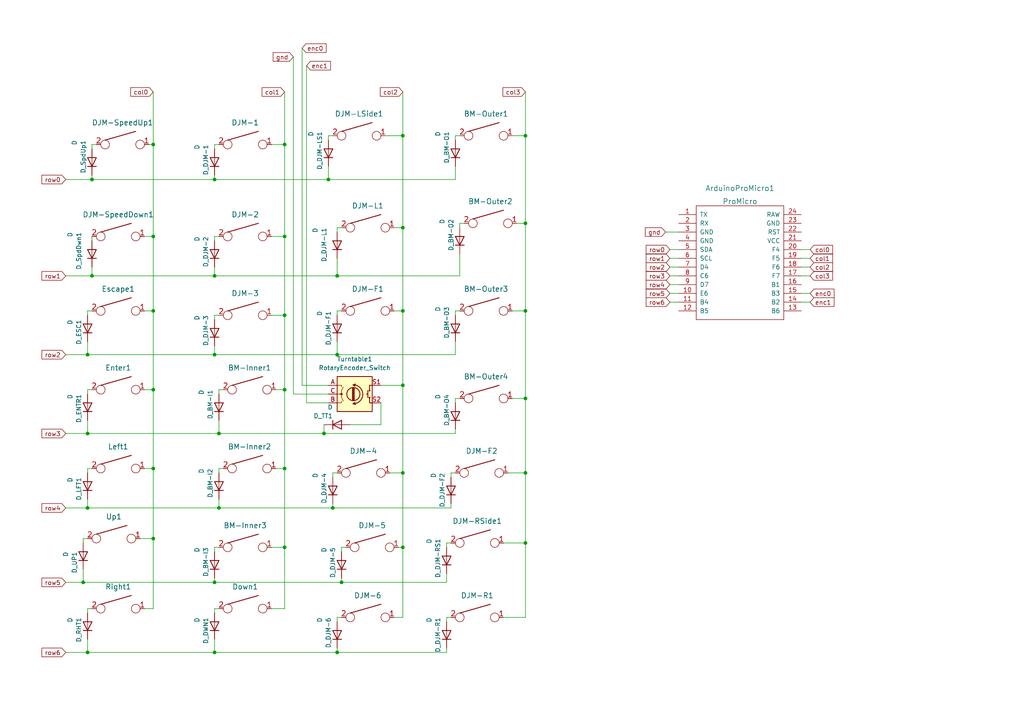
<source format=kicad_sch>
(kicad_sch (version 20211123) (generator eeschema)

  (uuid af8bbe74-b367-4d31-a9da-662d246a344a)

  (paper "A4")

  (lib_symbols
    (symbol "Device:D" (pin_numbers hide) (pin_names (offset 1.016) hide) (in_bom yes) (on_board yes)
      (property "Reference" "D" (id 0) (at 0 2.54 0)
        (effects (font (size 1.27 1.27)))
      )
      (property "Value" "D" (id 1) (at 0 -2.54 0)
        (effects (font (size 1.27 1.27)))
      )
      (property "Footprint" "" (id 2) (at 0 0 0)
        (effects (font (size 1.27 1.27)) hide)
      )
      (property "Datasheet" "~" (id 3) (at 0 0 0)
        (effects (font (size 1.27 1.27)) hide)
      )
      (property "ki_keywords" "diode" (id 4) (at 0 0 0)
        (effects (font (size 1.27 1.27)) hide)
      )
      (property "ki_description" "Diode" (id 5) (at 0 0 0)
        (effects (font (size 1.27 1.27)) hide)
      )
      (property "ki_fp_filters" "TO-???* *_Diode_* *SingleDiode* D_*" (id 6) (at 0 0 0)
        (effects (font (size 1.27 1.27)) hide)
      )
      (symbol "D_0_1"
        (polyline
          (pts
            (xy -1.27 1.27)
            (xy -1.27 -1.27)
          )
          (stroke (width 0.254) (type default) (color 0 0 0 0))
          (fill (type none))
        )
        (polyline
          (pts
            (xy 1.27 0)
            (xy -1.27 0)
          )
          (stroke (width 0) (type default) (color 0 0 0 0))
          (fill (type none))
        )
        (polyline
          (pts
            (xy 1.27 1.27)
            (xy 1.27 -1.27)
            (xy -1.27 0)
            (xy 1.27 1.27)
          )
          (stroke (width 0.254) (type default) (color 0 0 0 0))
          (fill (type none))
        )
      )
      (symbol "D_1_1"
        (pin passive line (at -3.81 0 0) (length 2.54)
          (name "K" (effects (font (size 1.27 1.27))))
          (number "1" (effects (font (size 1.27 1.27))))
        )
        (pin passive line (at 3.81 0 180) (length 2.54)
          (name "A" (effects (font (size 1.27 1.27))))
          (number "2" (effects (font (size 1.27 1.27))))
        )
      )
    )
    (symbol "Device:RotaryEncoder_Switch" (pin_names (offset 0.254) hide) (in_bom yes) (on_board yes)
      (property "Reference" "SW" (id 0) (at 0 6.604 0)
        (effects (font (size 1.27 1.27)))
      )
      (property "Value" "RotaryEncoder_Switch" (id 1) (at 0 -6.604 0)
        (effects (font (size 1.27 1.27)))
      )
      (property "Footprint" "" (id 2) (at -3.81 4.064 0)
        (effects (font (size 1.27 1.27)) hide)
      )
      (property "Datasheet" "~" (id 3) (at 0 6.604 0)
        (effects (font (size 1.27 1.27)) hide)
      )
      (property "ki_keywords" "rotary switch encoder switch push button" (id 4) (at 0 0 0)
        (effects (font (size 1.27 1.27)) hide)
      )
      (property "ki_description" "Rotary encoder, dual channel, incremental quadrate outputs, with switch" (id 5) (at 0 0 0)
        (effects (font (size 1.27 1.27)) hide)
      )
      (property "ki_fp_filters" "RotaryEncoder*Switch*" (id 6) (at 0 0 0)
        (effects (font (size 1.27 1.27)) hide)
      )
      (symbol "RotaryEncoder_Switch_0_1"
        (rectangle (start -5.08 5.08) (end 5.08 -5.08)
          (stroke (width 0.254) (type default) (color 0 0 0 0))
          (fill (type background))
        )
        (circle (center -3.81 0) (radius 0.254)
          (stroke (width 0) (type default) (color 0 0 0 0))
          (fill (type outline))
        )
        (arc (start -0.381 -2.794) (mid 2.3622 -0.0508) (end -0.381 2.667)
          (stroke (width 0.254) (type default) (color 0 0 0 0))
          (fill (type none))
        )
        (circle (center -0.381 0) (radius 1.905)
          (stroke (width 0.254) (type default) (color 0 0 0 0))
          (fill (type none))
        )
        (polyline
          (pts
            (xy -0.635 -1.778)
            (xy -0.635 1.778)
          )
          (stroke (width 0.254) (type default) (color 0 0 0 0))
          (fill (type none))
        )
        (polyline
          (pts
            (xy -0.381 -1.778)
            (xy -0.381 1.778)
          )
          (stroke (width 0.254) (type default) (color 0 0 0 0))
          (fill (type none))
        )
        (polyline
          (pts
            (xy -0.127 1.778)
            (xy -0.127 -1.778)
          )
          (stroke (width 0.254) (type default) (color 0 0 0 0))
          (fill (type none))
        )
        (polyline
          (pts
            (xy 3.81 0)
            (xy 3.429 0)
          )
          (stroke (width 0.254) (type default) (color 0 0 0 0))
          (fill (type none))
        )
        (polyline
          (pts
            (xy 3.81 1.016)
            (xy 3.81 -1.016)
          )
          (stroke (width 0.254) (type default) (color 0 0 0 0))
          (fill (type none))
        )
        (polyline
          (pts
            (xy -5.08 -2.54)
            (xy -3.81 -2.54)
            (xy -3.81 -2.032)
          )
          (stroke (width 0) (type default) (color 0 0 0 0))
          (fill (type none))
        )
        (polyline
          (pts
            (xy -5.08 2.54)
            (xy -3.81 2.54)
            (xy -3.81 2.032)
          )
          (stroke (width 0) (type default) (color 0 0 0 0))
          (fill (type none))
        )
        (polyline
          (pts
            (xy 0.254 -3.048)
            (xy -0.508 -2.794)
            (xy 0.127 -2.413)
          )
          (stroke (width 0.254) (type default) (color 0 0 0 0))
          (fill (type none))
        )
        (polyline
          (pts
            (xy 0.254 2.921)
            (xy -0.508 2.667)
            (xy 0.127 2.286)
          )
          (stroke (width 0.254) (type default) (color 0 0 0 0))
          (fill (type none))
        )
        (polyline
          (pts
            (xy 5.08 -2.54)
            (xy 4.318 -2.54)
            (xy 4.318 -1.016)
          )
          (stroke (width 0.254) (type default) (color 0 0 0 0))
          (fill (type none))
        )
        (polyline
          (pts
            (xy 5.08 2.54)
            (xy 4.318 2.54)
            (xy 4.318 1.016)
          )
          (stroke (width 0.254) (type default) (color 0 0 0 0))
          (fill (type none))
        )
        (polyline
          (pts
            (xy -5.08 0)
            (xy -3.81 0)
            (xy -3.81 -1.016)
            (xy -3.302 -2.032)
          )
          (stroke (width 0) (type default) (color 0 0 0 0))
          (fill (type none))
        )
        (polyline
          (pts
            (xy -4.318 0)
            (xy -3.81 0)
            (xy -3.81 1.016)
            (xy -3.302 2.032)
          )
          (stroke (width 0) (type default) (color 0 0 0 0))
          (fill (type none))
        )
        (circle (center 4.318 -1.016) (radius 0.127)
          (stroke (width 0.254) (type default) (color 0 0 0 0))
          (fill (type none))
        )
        (circle (center 4.318 1.016) (radius 0.127)
          (stroke (width 0.254) (type default) (color 0 0 0 0))
          (fill (type none))
        )
      )
      (symbol "RotaryEncoder_Switch_1_1"
        (pin passive line (at -7.62 2.54 0) (length 2.54)
          (name "A" (effects (font (size 1.27 1.27))))
          (number "A" (effects (font (size 1.27 1.27))))
        )
        (pin passive line (at -7.62 -2.54 0) (length 2.54)
          (name "B" (effects (font (size 1.27 1.27))))
          (number "B" (effects (font (size 1.27 1.27))))
        )
        (pin passive line (at -7.62 0 0) (length 2.54)
          (name "C" (effects (font (size 1.27 1.27))))
          (number "C" (effects (font (size 1.27 1.27))))
        )
        (pin passive line (at 7.62 2.54 180) (length 2.54)
          (name "S1" (effects (font (size 1.27 1.27))))
          (number "S1" (effects (font (size 1.27 1.27))))
        )
        (pin passive line (at 7.62 -2.54 180) (length 2.54)
          (name "S2" (effects (font (size 1.27 1.27))))
          (number "S2" (effects (font (size 1.27 1.27))))
        )
      )
    )
    (symbol "keyboard_parts:KEYSW" (pin_names (offset 1.016)) (in_bom yes) (on_board yes)
      (property "Reference" "K?" (id 0) (at -1.27 0 0)
        (effects (font (size 1.524 1.524)))
      )
      (property "Value" "KEYSW" (id 1) (at 0 -2.54 0)
        (effects (font (size 1.524 1.524)) hide)
      )
      (property "Footprint" "" (id 2) (at 0 0 0)
        (effects (font (size 1.524 1.524)))
      )
      (property "Datasheet" "" (id 3) (at 0 0 0)
        (effects (font (size 1.524 1.524)))
      )
      (symbol "KEYSW_0_1"
        (circle (center -5.08 0) (radius 1.27)
          (stroke (width 0) (type default) (color 0 0 0 0))
          (fill (type none))
        )
        (polyline
          (pts
            (xy -5.08 1.27)
            (xy 3.81 3.81)
          )
          (stroke (width 0.254) (type default) (color 0 0 0 0))
          (fill (type none))
        )
        (circle (center 5.08 0) (radius 1.27)
          (stroke (width 0) (type default) (color 0 0 0 0))
          (fill (type none))
        )
      )
      (symbol "KEYSW_1_1"
        (pin passive line (at 7.62 0 180) (length 1.27)
          (name "~" (effects (font (size 1.524 1.524))))
          (number "1" (effects (font (size 1.524 1.524))))
        )
        (pin passive line (at -7.62 0 0) (length 1.27)
          (name "~" (effects (font (size 1.524 1.524))))
          (number "2" (effects (font (size 1.524 1.524))))
        )
      )
    )
    (symbol "promicro:ProMicro" (pin_names (offset 1.016)) (in_bom yes) (on_board yes)
      (property "Reference" "U" (id 0) (at 0 24.13 0)
        (effects (font (size 1.524 1.524)))
      )
      (property "Value" "ProMicro" (id 1) (at 0 -13.97 0)
        (effects (font (size 1.524 1.524)))
      )
      (property "Footprint" "" (id 2) (at 2.54 -26.67 0)
        (effects (font (size 1.524 1.524)))
      )
      (property "Datasheet" "" (id 3) (at 2.54 -26.67 0)
        (effects (font (size 1.524 1.524)))
      )
      (symbol "ProMicro_0_1"
        (rectangle (start -12.7 21.59) (end 12.7 -11.43)
          (stroke (width 0) (type default) (color 0 0 0 0))
          (fill (type none))
        )
      )
      (symbol "ProMicro_1_1"
        (pin bidirectional line (at -17.78 19.05 0) (length 5.08)
          (name "TX" (effects (font (size 1.27 1.27))))
          (number "1" (effects (font (size 1.27 1.27))))
        )
        (pin bidirectional line (at -17.78 -3.81 0) (length 5.08)
          (name "E6" (effects (font (size 1.27 1.27))))
          (number "10" (effects (font (size 1.27 1.27))))
        )
        (pin bidirectional line (at -17.78 -6.35 0) (length 5.08)
          (name "B4" (effects (font (size 1.27 1.27))))
          (number "11" (effects (font (size 1.27 1.27))))
        )
        (pin bidirectional line (at -17.78 -8.89 0) (length 5.08)
          (name "B5" (effects (font (size 1.27 1.27))))
          (number "12" (effects (font (size 1.27 1.27))))
        )
        (pin bidirectional line (at 17.78 -8.89 180) (length 5.08)
          (name "B6" (effects (font (size 1.27 1.27))))
          (number "13" (effects (font (size 1.27 1.27))))
        )
        (pin bidirectional line (at 17.78 -6.35 180) (length 5.08)
          (name "B2" (effects (font (size 1.27 1.27))))
          (number "14" (effects (font (size 1.27 1.27))))
        )
        (pin bidirectional line (at 17.78 -3.81 180) (length 5.08)
          (name "B3" (effects (font (size 1.27 1.27))))
          (number "15" (effects (font (size 1.27 1.27))))
        )
        (pin bidirectional line (at 17.78 -1.27 180) (length 5.08)
          (name "B1" (effects (font (size 1.27 1.27))))
          (number "16" (effects (font (size 1.27 1.27))))
        )
        (pin bidirectional line (at 17.78 1.27 180) (length 5.08)
          (name "F7" (effects (font (size 1.27 1.27))))
          (number "17" (effects (font (size 1.27 1.27))))
        )
        (pin bidirectional line (at 17.78 3.81 180) (length 5.08)
          (name "F6" (effects (font (size 1.27 1.27))))
          (number "18" (effects (font (size 1.27 1.27))))
        )
        (pin bidirectional line (at 17.78 6.35 180) (length 5.08)
          (name "F5" (effects (font (size 1.27 1.27))))
          (number "19" (effects (font (size 1.27 1.27))))
        )
        (pin bidirectional line (at -17.78 16.51 0) (length 5.08)
          (name "RX" (effects (font (size 1.27 1.27))))
          (number "2" (effects (font (size 1.27 1.27))))
        )
        (pin bidirectional line (at 17.78 8.89 180) (length 5.08)
          (name "F4" (effects (font (size 1.27 1.27))))
          (number "20" (effects (font (size 1.27 1.27))))
        )
        (pin power_in line (at 17.78 11.43 180) (length 5.08)
          (name "VCC" (effects (font (size 1.27 1.27))))
          (number "21" (effects (font (size 1.27 1.27))))
        )
        (pin input line (at 17.78 13.97 180) (length 5.08)
          (name "RST" (effects (font (size 1.27 1.27))))
          (number "22" (effects (font (size 1.27 1.27))))
        )
        (pin power_in line (at 17.78 16.51 180) (length 5.08)
          (name "GND" (effects (font (size 1.27 1.27))))
          (number "23" (effects (font (size 1.27 1.27))))
        )
        (pin power_out line (at 17.78 19.05 180) (length 5.08)
          (name "RAW" (effects (font (size 1.27 1.27))))
          (number "24" (effects (font (size 1.27 1.27))))
        )
        (pin power_in line (at -17.78 13.97 0) (length 5.08)
          (name "GND" (effects (font (size 1.27 1.27))))
          (number "3" (effects (font (size 1.27 1.27))))
        )
        (pin power_in line (at -17.78 11.43 0) (length 5.08)
          (name "GND" (effects (font (size 1.27 1.27))))
          (number "4" (effects (font (size 1.27 1.27))))
        )
        (pin bidirectional line (at -17.78 8.89 0) (length 5.08)
          (name "SDA" (effects (font (size 1.27 1.27))))
          (number "5" (effects (font (size 1.27 1.27))))
        )
        (pin bidirectional line (at -17.78 6.35 0) (length 5.08)
          (name "SCL" (effects (font (size 1.27 1.27))))
          (number "6" (effects (font (size 1.27 1.27))))
        )
        (pin bidirectional line (at -17.78 3.81 0) (length 5.08)
          (name "D4" (effects (font (size 1.27 1.27))))
          (number "7" (effects (font (size 1.27 1.27))))
        )
        (pin bidirectional line (at -17.78 1.27 0) (length 5.08)
          (name "C6" (effects (font (size 1.27 1.27))))
          (number "8" (effects (font (size 1.27 1.27))))
        )
        (pin bidirectional line (at -17.78 -1.27 0) (length 5.08)
          (name "D7" (effects (font (size 1.27 1.27))))
          (number "9" (effects (font (size 1.27 1.27))))
        )
      )
    )
  )

  (junction (at 26.67 80.01) (diameter 0) (color 0 0 0 0)
    (uuid 0529da96-a15e-4401-8e2c-316053f6403d)
  )
  (junction (at 152.4 115.57) (diameter 0) (color 0 0 0 0)
    (uuid 05d6cfcf-1eb5-4e04-9a01-f6f24c232066)
  )
  (junction (at 44.45 113.03) (diameter 0) (color 0 0 0 0)
    (uuid 1315f67e-46a2-4b09-a5b6-951135af82c7)
  )
  (junction (at 62.23 80.01) (diameter 0) (color 0 0 0 0)
    (uuid 13f3b017-c58e-4065-9a0f-158ee50f7bb2)
  )
  (junction (at 62.23 102.87) (diameter 0) (color 0 0 0 0)
    (uuid 14f2bb98-db4b-4e39-a82d-6b724d60482e)
  )
  (junction (at 25.4 125.73) (diameter 0) (color 0 0 0 0)
    (uuid 188332c5-31c3-4ea6-81e8-967b2b9b9c9d)
  )
  (junction (at 116.84 90.17) (diameter 0) (color 0 0 0 0)
    (uuid 18d75c57-ff9a-4763-9264-4acbbddc455c)
  )
  (junction (at 63.5 125.73) (diameter 0) (color 0 0 0 0)
    (uuid 1b0a5048-3174-40b4-9a22-656716136fa4)
  )
  (junction (at 152.4 39.37) (diameter 0) (color 0 0 0 0)
    (uuid 245c2fcf-0a10-4c76-8681-fe8f4eb78465)
  )
  (junction (at 97.79 102.87) (diameter 0) (color 0 0 0 0)
    (uuid 25f253a5-4840-486d-9f4b-098f23196b61)
  )
  (junction (at 97.79 189.23) (diameter 0) (color 0 0 0 0)
    (uuid 26e70d92-7483-4d8c-9774-3812469492dc)
  )
  (junction (at 44.45 68.58) (diameter 0) (color 0 0 0 0)
    (uuid 29f8cb4c-d264-4ae8-943b-f4fa5d62f4f8)
  )
  (junction (at 44.45 90.17) (diameter 0) (color 0 0 0 0)
    (uuid 2d326d54-f667-47c5-8ed5-e8246b82e616)
  )
  (junction (at 62.23 189.23) (diameter 0) (color 0 0 0 0)
    (uuid 2d44aaed-e653-4ef9-a7ba-0f1a28705c64)
  )
  (junction (at 116.84 66.04) (diameter 0) (color 0 0 0 0)
    (uuid 2ee9ec2f-077a-4450-b09d-777e6154aa18)
  )
  (junction (at 63.5 147.32) (diameter 0) (color 0 0 0 0)
    (uuid 31dabe47-95d2-4186-b611-905864f88ad3)
  )
  (junction (at 152.4 137.16) (diameter 0) (color 0 0 0 0)
    (uuid 326e6703-61be-4f21-94e7-4302d1559e27)
  )
  (junction (at 25.4 147.32) (diameter 0) (color 0 0 0 0)
    (uuid 390f83c0-a365-4c44-8553-531465f060b6)
  )
  (junction (at 152.4 157.48) (diameter 0) (color 0 0 0 0)
    (uuid 40bfa2bc-065b-4563-9c43-5b545e6d2a62)
  )
  (junction (at 44.45 156.21) (diameter 0) (color 0 0 0 0)
    (uuid 52d1e666-881e-423c-8dba-687c9b534de9)
  )
  (junction (at 116.84 137.16) (diameter 0) (color 0 0 0 0)
    (uuid 5b22fbb9-fc31-40ab-a511-7df7746e608b)
  )
  (junction (at 116.84 39.37) (diameter 0) (color 0 0 0 0)
    (uuid 60ea777a-db2c-4d3b-9e57-5fa7661d719a)
  )
  (junction (at 82.55 158.75) (diameter 0) (color 0 0 0 0)
    (uuid 69609888-7554-47cc-b525-9bb56e5aadb1)
  )
  (junction (at 44.45 135.89) (diameter 0) (color 0 0 0 0)
    (uuid 70d5d9cf-1f02-4f4c-afcf-14c488393824)
  )
  (junction (at 99.06 168.91) (diameter 0) (color 0 0 0 0)
    (uuid 774b4ef7-27cf-4cca-b2b3-4a7c365f5791)
  )
  (junction (at 24.13 168.91) (diameter 0) (color 0 0 0 0)
    (uuid 78af7bc7-6fb0-444d-8676-cc8e3560d7be)
  )
  (junction (at 152.4 90.17) (diameter 0) (color 0 0 0 0)
    (uuid 7cc53e32-349d-4f4b-945c-4aced1cfdeae)
  )
  (junction (at 82.55 135.89) (diameter 0) (color 0 0 0 0)
    (uuid 8cadd3d6-5060-4d4f-a5f6-62cc64c19fc0)
  )
  (junction (at 62.23 168.91) (diameter 0) (color 0 0 0 0)
    (uuid 8cd25667-1103-4937-958a-d16b26020b4e)
  )
  (junction (at 44.45 41.91) (diameter 0) (color 0 0 0 0)
    (uuid 90a3710b-ca72-453f-9197-09bc2458bc79)
  )
  (junction (at 82.55 91.44) (diameter 0) (color 0 0 0 0)
    (uuid 9d4d8f0f-1979-4283-be70-91330453b1a3)
  )
  (junction (at 152.4 64.77) (diameter 0) (color 0 0 0 0)
    (uuid ac13205d-5e15-42b2-b5a9-d0c602b4cef3)
  )
  (junction (at 116.84 111.76) (diameter 0) (color 0 0 0 0)
    (uuid b93028ad-cdc4-453e-b7a8-035e62e0a6ea)
  )
  (junction (at 116.84 158.75) (diameter 0) (color 0 0 0 0)
    (uuid bdc637fa-0b0d-41c6-9cc8-fa930c35c898)
  )
  (junction (at 82.55 113.03) (diameter 0) (color 0 0 0 0)
    (uuid bf2023f2-6327-4aad-92b4-f67325166ba4)
  )
  (junction (at 95.25 52.07) (diameter 0) (color 0 0 0 0)
    (uuid bf4c6a17-cd3e-4f96-beb7-e489c78a5f83)
  )
  (junction (at 82.55 68.58) (diameter 0) (color 0 0 0 0)
    (uuid c347ac8a-99d7-41f4-a7df-624a478015b1)
  )
  (junction (at 62.23 52.07) (diameter 0) (color 0 0 0 0)
    (uuid d00bd707-0458-4966-86ac-3baf95d9f94e)
  )
  (junction (at 93.98 125.73) (diameter 0) (color 0 0 0 0)
    (uuid d77c60f2-36a9-47c1-8c34-51b38b774574)
  )
  (junction (at 96.52 147.32) (diameter 0) (color 0 0 0 0)
    (uuid d895c667-a344-43d6-802d-785d9eabcf88)
  )
  (junction (at 25.4 189.23) (diameter 0) (color 0 0 0 0)
    (uuid e3b097dc-f5db-463a-ad98-a5b77c6342d1)
  )
  (junction (at 82.55 41.91) (diameter 0) (color 0 0 0 0)
    (uuid e4aeca15-f5be-4a15-bc92-dd58acf8920b)
  )
  (junction (at 26.67 52.07) (diameter 0) (color 0 0 0 0)
    (uuid f330a6e2-7a11-4297-aeb1-a1c3500c1abd)
  )
  (junction (at 97.79 80.01) (diameter 0) (color 0 0 0 0)
    (uuid f9741235-0ddf-4fe0-ac33-e42c54c0e72b)
  )
  (junction (at 25.4 102.87) (diameter 0) (color 0 0 0 0)
    (uuid ffa701c8-3afb-4855-9ba1-e5cfe93f4a09)
  )

  (wire (pts (xy 19.05 168.91) (xy 24.13 168.91))
    (stroke (width 0) (type default) (color 0 0 0 0))
    (uuid 0073dd07-764e-4787-adc4-03a3af6ba40b)
  )
  (wire (pts (xy 146.05 179.07) (xy 152.4 179.07))
    (stroke (width 0) (type default) (color 0 0 0 0))
    (uuid 013df123-2eb8-4df9-ad55-5ca8d7bffcc7)
  )
  (wire (pts (xy 134.62 64.77) (xy 133.35 64.77))
    (stroke (width 0) (type default) (color 0 0 0 0))
    (uuid 02a3532e-109d-420b-8627-52fb57d79285)
  )
  (wire (pts (xy 129.54 179.07) (xy 129.54 180.34))
    (stroke (width 0) (type default) (color 0 0 0 0))
    (uuid 02cbe33a-19cb-4318-b341-81e820aa3e48)
  )
  (wire (pts (xy 147.32 137.16) (xy 152.4 137.16))
    (stroke (width 0) (type default) (color 0 0 0 0))
    (uuid 04bb09d2-abb8-43c2-b348-c3e297899511)
  )
  (wire (pts (xy 25.4 156.21) (xy 24.13 156.21))
    (stroke (width 0) (type default) (color 0 0 0 0))
    (uuid 0542ff28-b4f3-4929-80eb-812a273b1560)
  )
  (wire (pts (xy 99.06 168.91) (xy 129.54 168.91))
    (stroke (width 0) (type default) (color 0 0 0 0))
    (uuid 0709dcf1-611f-42d4-b258-c16a644b7939)
  )
  (wire (pts (xy 116.84 158.75) (xy 116.84 179.07))
    (stroke (width 0) (type default) (color 0 0 0 0))
    (uuid 0be00023-ab51-4c40-9533-f0bd2df0b4b5)
  )
  (wire (pts (xy 232.41 87.63) (xy 234.95 87.63))
    (stroke (width 0) (type default) (color 0 0 0 0))
    (uuid 0bf700ff-c68f-4df1-8597-8e3709729bd3)
  )
  (wire (pts (xy 148.59 39.37) (xy 152.4 39.37))
    (stroke (width 0) (type default) (color 0 0 0 0))
    (uuid 0cc9ca88-eee4-4de8-8690-085bcba98495)
  )
  (wire (pts (xy 62.23 80.01) (xy 97.79 80.01))
    (stroke (width 0) (type default) (color 0 0 0 0))
    (uuid 0d53bc29-a16d-4d28-928f-99a8c7db1ae1)
  )
  (wire (pts (xy 25.4 90.17) (xy 25.4 91.44))
    (stroke (width 0) (type default) (color 0 0 0 0))
    (uuid 0ded2db3-dd75-4d53-a9eb-91b25b10323b)
  )
  (wire (pts (xy 194.31 82.55) (xy 196.85 82.55))
    (stroke (width 0) (type default) (color 0 0 0 0))
    (uuid 0fcabd11-c014-4972-ace8-ed4f0e0d38ae)
  )
  (wire (pts (xy 63.5 158.75) (xy 62.23 158.75))
    (stroke (width 0) (type default) (color 0 0 0 0))
    (uuid 104ae4f5-a7f1-413f-adef-60b0371c7fd6)
  )
  (wire (pts (xy 26.67 52.07) (xy 62.23 52.07))
    (stroke (width 0) (type default) (color 0 0 0 0))
    (uuid 1145475a-9d4c-4682-87e5-d9b40c88f1dc)
  )
  (wire (pts (xy 44.45 113.03) (xy 44.45 135.89))
    (stroke (width 0) (type default) (color 0 0 0 0))
    (uuid 1200c5d4-1ad0-4ff2-882d-1647cb90eb3b)
  )
  (wire (pts (xy 24.13 165.1) (xy 24.13 168.91))
    (stroke (width 0) (type default) (color 0 0 0 0))
    (uuid 1215ab42-ea12-42ff-8f62-4b8f1f9d1df4)
  )
  (wire (pts (xy 96.52 146.05) (xy 96.52 147.32))
    (stroke (width 0) (type default) (color 0 0 0 0))
    (uuid 1639ca07-218f-476b-b06e-b86bb601eda2)
  )
  (wire (pts (xy 25.4 102.87) (xy 62.23 102.87))
    (stroke (width 0) (type default) (color 0 0 0 0))
    (uuid 16d7a786-621f-47cd-9788-6400bf45aedb)
  )
  (wire (pts (xy 24.13 168.91) (xy 62.23 168.91))
    (stroke (width 0) (type default) (color 0 0 0 0))
    (uuid 17d156e7-b61c-4337-bfeb-ddb79afe59df)
  )
  (wire (pts (xy 62.23 158.75) (xy 62.23 160.02))
    (stroke (width 0) (type default) (color 0 0 0 0))
    (uuid 19ce7613-0965-456f-8612-68e9e3870833)
  )
  (wire (pts (xy 99.06 179.07) (xy 97.79 179.07))
    (stroke (width 0) (type default) (color 0 0 0 0))
    (uuid 1aab192d-d6db-449a-9bd0-813f17579aec)
  )
  (wire (pts (xy 130.81 137.16) (xy 130.81 138.43))
    (stroke (width 0) (type default) (color 0 0 0 0))
    (uuid 1bb08678-a5f4-4ae6-abdb-e3472a29c0fc)
  )
  (wire (pts (xy 19.05 52.07) (xy 26.67 52.07))
    (stroke (width 0) (type default) (color 0 0 0 0))
    (uuid 1dab9ce3-27b8-4cc4-9107-c05e900d86a9)
  )
  (wire (pts (xy 24.13 156.21) (xy 24.13 157.48))
    (stroke (width 0) (type default) (color 0 0 0 0))
    (uuid 1e72136e-00ce-4b3b-a81b-ab7dde890309)
  )
  (wire (pts (xy 152.4 26.67) (xy 152.4 39.37))
    (stroke (width 0) (type default) (color 0 0 0 0))
    (uuid 1f138200-9a5c-4741-a249-caf9e2f50e5e)
  )
  (wire (pts (xy 63.5 113.03) (xy 63.5 114.3))
    (stroke (width 0) (type default) (color 0 0 0 0))
    (uuid 1f22ea6f-dc6a-4b50-8aac-223411848203)
  )
  (wire (pts (xy 97.79 102.87) (xy 132.08 102.87))
    (stroke (width 0) (type default) (color 0 0 0 0))
    (uuid 1fb27267-c240-4ca1-9d08-2ba5fb7617c4)
  )
  (wire (pts (xy 114.3 66.04) (xy 116.84 66.04))
    (stroke (width 0) (type default) (color 0 0 0 0))
    (uuid 2116db87-e0da-47ee-8af0-aab17d64547c)
  )
  (wire (pts (xy 115.57 158.75) (xy 116.84 158.75))
    (stroke (width 0) (type default) (color 0 0 0 0))
    (uuid 2151b02d-9e24-4e58-a3c9-775007fa6f0b)
  )
  (wire (pts (xy 82.55 91.44) (xy 82.55 113.03))
    (stroke (width 0) (type default) (color 0 0 0 0))
    (uuid 2187be17-4c6d-48f4-a032-13d7a61a134f)
  )
  (wire (pts (xy 130.81 179.07) (xy 129.54 179.07))
    (stroke (width 0) (type default) (color 0 0 0 0))
    (uuid 2222b3c2-9f4e-49c8-a750-46777ff170fa)
  )
  (wire (pts (xy 97.79 187.96) (xy 97.79 189.23))
    (stroke (width 0) (type default) (color 0 0 0 0))
    (uuid 23fb8977-33dd-49f6-99be-6fa369243f04)
  )
  (wire (pts (xy 96.52 39.37) (xy 95.25 39.37))
    (stroke (width 0) (type default) (color 0 0 0 0))
    (uuid 25745345-4c57-47dd-b144-3805b075c26b)
  )
  (wire (pts (xy 129.54 187.96) (xy 129.54 189.23))
    (stroke (width 0) (type default) (color 0 0 0 0))
    (uuid 25dc2ef4-d4b8-43af-bddd-a7063171a387)
  )
  (wire (pts (xy 97.79 66.04) (xy 97.79 67.31))
    (stroke (width 0) (type default) (color 0 0 0 0))
    (uuid 27a229cf-b199-436c-b126-2a12c9d8c756)
  )
  (wire (pts (xy 95.25 48.26) (xy 95.25 52.07))
    (stroke (width 0) (type default) (color 0 0 0 0))
    (uuid 28934350-3207-4384-b7d8-124af12393d8)
  )
  (wire (pts (xy 152.4 39.37) (xy 152.4 64.77))
    (stroke (width 0) (type default) (color 0 0 0 0))
    (uuid 2905f016-b31e-4382-b872-dbea3aefd118)
  )
  (wire (pts (xy 63.5 144.78) (xy 63.5 147.32))
    (stroke (width 0) (type default) (color 0 0 0 0))
    (uuid 2938a157-7a8a-4335-883c-6f792ca6a5eb)
  )
  (wire (pts (xy 232.41 74.93) (xy 234.95 74.93))
    (stroke (width 0) (type default) (color 0 0 0 0))
    (uuid 2a34e4cb-faaf-4f7e-884a-ced69fa89fce)
  )
  (wire (pts (xy 194.31 77.47) (xy 196.85 77.47))
    (stroke (width 0) (type default) (color 0 0 0 0))
    (uuid 2a687dd7-e1cf-4d43-b5bc-a7fef23703e5)
  )
  (wire (pts (xy 97.79 80.01) (xy 133.35 80.01))
    (stroke (width 0) (type default) (color 0 0 0 0))
    (uuid 2c793499-4fea-4c57-9396-881b6957c621)
  )
  (wire (pts (xy 62.23 100.33) (xy 62.23 102.87))
    (stroke (width 0) (type default) (color 0 0 0 0))
    (uuid 2d2a4b91-64c5-4297-ab15-3928f52de0f4)
  )
  (wire (pts (xy 26.67 41.91) (xy 26.67 43.18))
    (stroke (width 0) (type default) (color 0 0 0 0))
    (uuid 2e20d490-7599-40dc-b13d-6c5132439f6d)
  )
  (wire (pts (xy 43.18 41.91) (xy 44.45 41.91))
    (stroke (width 0) (type default) (color 0 0 0 0))
    (uuid 2ee35457-1647-4814-8b8d-49767053c34b)
  )
  (wire (pts (xy 97.79 179.07) (xy 97.79 180.34))
    (stroke (width 0) (type default) (color 0 0 0 0))
    (uuid 2f09f87a-6f35-45e7-a921-b6bd9978b0ce)
  )
  (wire (pts (xy 41.91 135.89) (xy 44.45 135.89))
    (stroke (width 0) (type default) (color 0 0 0 0))
    (uuid 31fb1422-5bc1-438f-b702-45b5c00a355e)
  )
  (wire (pts (xy 111.76 39.37) (xy 116.84 39.37))
    (stroke (width 0) (type default) (color 0 0 0 0))
    (uuid 3403195e-4a4c-492a-aace-4a55c672ec7b)
  )
  (wire (pts (xy 78.74 91.44) (xy 82.55 91.44))
    (stroke (width 0) (type default) (color 0 0 0 0))
    (uuid 340d86be-22f2-43c3-9bd3-1dcf3656295b)
  )
  (wire (pts (xy 62.23 52.07) (xy 95.25 52.07))
    (stroke (width 0) (type default) (color 0 0 0 0))
    (uuid 3707c598-5e78-42c0-842a-2388f3867363)
  )
  (wire (pts (xy 110.49 123.19) (xy 101.6 123.19))
    (stroke (width 0) (type default) (color 0 0 0 0))
    (uuid 39185cbb-725c-49c2-a9ec-020e61f81cda)
  )
  (wire (pts (xy 25.4 125.73) (xy 63.5 125.73))
    (stroke (width 0) (type default) (color 0 0 0 0))
    (uuid 3b756ed7-181e-4101-ba4a-fab6358d4fa6)
  )
  (wire (pts (xy 133.35 90.17) (xy 132.08 90.17))
    (stroke (width 0) (type default) (color 0 0 0 0))
    (uuid 3c1084c0-936d-4a56-98d7-da73a8fb9d2a)
  )
  (wire (pts (xy 194.31 80.01) (xy 196.85 80.01))
    (stroke (width 0) (type default) (color 0 0 0 0))
    (uuid 3c889aa0-48ef-4404-a72e-4f9e1b0d7c6e)
  )
  (wire (pts (xy 97.79 137.16) (xy 96.52 137.16))
    (stroke (width 0) (type default) (color 0 0 0 0))
    (uuid 3fd3a03b-27a9-497f-92cf-c37c2a1e23db)
  )
  (wire (pts (xy 19.05 147.32) (xy 25.4 147.32))
    (stroke (width 0) (type default) (color 0 0 0 0))
    (uuid 407e1f27-575b-4a1e-926e-eb370998751a)
  )
  (wire (pts (xy 93.98 123.19) (xy 93.98 125.73))
    (stroke (width 0) (type default) (color 0 0 0 0))
    (uuid 45e282b2-7607-47e3-99e1-1832411a3f81)
  )
  (wire (pts (xy 110.49 116.84) (xy 110.49 123.19))
    (stroke (width 0) (type default) (color 0 0 0 0))
    (uuid 492726c8-81bc-4d99-b545-df96aba11f74)
  )
  (wire (pts (xy 62.23 91.44) (xy 62.23 92.71))
    (stroke (width 0) (type default) (color 0 0 0 0))
    (uuid 4f54c34d-88ab-4046-8dd8-a19057faef92)
  )
  (wire (pts (xy 19.05 189.23) (xy 25.4 189.23))
    (stroke (width 0) (type default) (color 0 0 0 0))
    (uuid 501d34ee-8db8-4866-b090-31807ee5f481)
  )
  (wire (pts (xy 64.77 113.03) (xy 63.5 113.03))
    (stroke (width 0) (type default) (color 0 0 0 0))
    (uuid 503e983f-7d28-4272-9e09-7679afc0a169)
  )
  (wire (pts (xy 133.35 73.66) (xy 133.35 80.01))
    (stroke (width 0) (type default) (color 0 0 0 0))
    (uuid 507e8c4c-acaa-404e-ba69-225838f0d8bc)
  )
  (wire (pts (xy 96.52 147.32) (xy 130.81 147.32))
    (stroke (width 0) (type default) (color 0 0 0 0))
    (uuid 5228294d-3fe7-4f8d-9877-f8aa33f9d87c)
  )
  (wire (pts (xy 78.74 176.53) (xy 82.55 176.53))
    (stroke (width 0) (type default) (color 0 0 0 0))
    (uuid 53e306dc-44b2-4541-915c-0021350b5fdc)
  )
  (wire (pts (xy 152.4 115.57) (xy 152.4 137.16))
    (stroke (width 0) (type default) (color 0 0 0 0))
    (uuid 53e678ba-2f21-44ec-9521-e5e8142b731d)
  )
  (wire (pts (xy 194.31 85.09) (xy 196.85 85.09))
    (stroke (width 0) (type default) (color 0 0 0 0))
    (uuid 545b5510-fdaa-4683-8025-b3b5584e2801)
  )
  (wire (pts (xy 116.84 111.76) (xy 116.84 137.16))
    (stroke (width 0) (type default) (color 0 0 0 0))
    (uuid 54850ff3-bedd-47eb-aa66-2b3c712f13fa)
  )
  (wire (pts (xy 62.23 167.64) (xy 62.23 168.91))
    (stroke (width 0) (type default) (color 0 0 0 0))
    (uuid 5609e4c9-669b-44d5-a8fc-a4082bdab2c0)
  )
  (wire (pts (xy 40.64 156.21) (xy 44.45 156.21))
    (stroke (width 0) (type default) (color 0 0 0 0))
    (uuid 5736768c-99ab-434c-9c95-1a44f6ecef16)
  )
  (wire (pts (xy 62.23 41.91) (xy 62.23 43.18))
    (stroke (width 0) (type default) (color 0 0 0 0))
    (uuid 59281f27-bda9-43f9-887d-e31333f7982a)
  )
  (wire (pts (xy 95.25 116.84) (xy 88.9 116.84))
    (stroke (width 0) (type default) (color 0 0 0 0))
    (uuid 5951d540-f7a5-4027-9ac2-71f6a6222439)
  )
  (wire (pts (xy 63.5 41.91) (xy 62.23 41.91))
    (stroke (width 0) (type default) (color 0 0 0 0))
    (uuid 5976b99c-1011-45de-8832-cdb024c2df51)
  )
  (wire (pts (xy 41.91 176.53) (xy 44.45 176.53))
    (stroke (width 0) (type default) (color 0 0 0 0))
    (uuid 59ccc12b-0a59-4532-be25-ffbec7ef139e)
  )
  (wire (pts (xy 44.45 41.91) (xy 44.45 68.58))
    (stroke (width 0) (type default) (color 0 0 0 0))
    (uuid 5e23a4e6-6de1-436e-9aab-bf36ff83e2ab)
  )
  (wire (pts (xy 232.41 85.09) (xy 234.95 85.09))
    (stroke (width 0) (type default) (color 0 0 0 0))
    (uuid 5eb7ed5b-27c9-492c-af9a-dc7bc616c698)
  )
  (wire (pts (xy 132.08 137.16) (xy 130.81 137.16))
    (stroke (width 0) (type default) (color 0 0 0 0))
    (uuid 6028e15f-3a4b-4c7f-8a01-05fd7d6f67b7)
  )
  (wire (pts (xy 19.05 102.87) (xy 25.4 102.87))
    (stroke (width 0) (type default) (color 0 0 0 0))
    (uuid 6044875d-b946-4aa1-9dae-5707aa04808c)
  )
  (wire (pts (xy 130.81 146.05) (xy 130.81 147.32))
    (stroke (width 0) (type default) (color 0 0 0 0))
    (uuid 619f1b08-0a0b-4511-8121-67596093a94d)
  )
  (wire (pts (xy 97.79 74.93) (xy 97.79 80.01))
    (stroke (width 0) (type default) (color 0 0 0 0))
    (uuid 626527a6-1355-48a5-ad54-ba70ee498dff)
  )
  (wire (pts (xy 82.55 26.67) (xy 82.55 41.91))
    (stroke (width 0) (type default) (color 0 0 0 0))
    (uuid 6392f1ac-9d9d-4e2f-8174-f08e5a7b5528)
  )
  (wire (pts (xy 130.81 157.48) (xy 129.54 157.48))
    (stroke (width 0) (type default) (color 0 0 0 0))
    (uuid 63be83e0-9ee1-4585-8d4f-7340485e4c6f)
  )
  (wire (pts (xy 19.05 80.01) (xy 26.67 80.01))
    (stroke (width 0) (type default) (color 0 0 0 0))
    (uuid 63d19dde-bbe1-4ec9-ab8f-748f6989dfc8)
  )
  (wire (pts (xy 44.45 156.21) (xy 44.45 176.53))
    (stroke (width 0) (type default) (color 0 0 0 0))
    (uuid 668d0d5a-48df-427a-b67b-7a7e7828c4ce)
  )
  (wire (pts (xy 62.23 176.53) (xy 62.23 177.8))
    (stroke (width 0) (type default) (color 0 0 0 0))
    (uuid 67815db8-7266-459d-a36c-f07187076fb2)
  )
  (wire (pts (xy 97.79 90.17) (xy 97.79 91.44))
    (stroke (width 0) (type default) (color 0 0 0 0))
    (uuid 68d6061c-51e7-4676-8473-ac9be6303dc1)
  )
  (wire (pts (xy 26.67 113.03) (xy 25.4 113.03))
    (stroke (width 0) (type default) (color 0 0 0 0))
    (uuid 69ccd4a5-3bfb-4bec-8b8e-12ead3cdf292)
  )
  (wire (pts (xy 93.98 125.73) (xy 132.08 125.73))
    (stroke (width 0) (type default) (color 0 0 0 0))
    (uuid 6a6c7bf3-abe8-45a9-bd4a-3d23f5d5d2f7)
  )
  (wire (pts (xy 129.54 166.37) (xy 129.54 168.91))
    (stroke (width 0) (type default) (color 0 0 0 0))
    (uuid 6b81ccd1-f008-42a7-82d2-d54d0fe58017)
  )
  (wire (pts (xy 26.67 68.58) (xy 26.67 69.85))
    (stroke (width 0) (type default) (color 0 0 0 0))
    (uuid 6da4d4fa-2e3f-4e64-b44f-83f09f17ffdf)
  )
  (wire (pts (xy 62.23 189.23) (xy 97.79 189.23))
    (stroke (width 0) (type default) (color 0 0 0 0))
    (uuid 6fc51e79-9c6c-46e9-8cce-38102419788b)
  )
  (wire (pts (xy 25.4 189.23) (xy 62.23 189.23))
    (stroke (width 0) (type default) (color 0 0 0 0))
    (uuid 70dc1f61-f3a6-470a-9f4c-9d81ae38f169)
  )
  (wire (pts (xy 26.67 80.01) (xy 62.23 80.01))
    (stroke (width 0) (type default) (color 0 0 0 0))
    (uuid 7567251d-4526-444d-a583-aea9284166b8)
  )
  (wire (pts (xy 25.4 176.53) (xy 25.4 177.8))
    (stroke (width 0) (type default) (color 0 0 0 0))
    (uuid 75945440-084a-4bbd-9685-2801a0578df5)
  )
  (wire (pts (xy 99.06 66.04) (xy 97.79 66.04))
    (stroke (width 0) (type default) (color 0 0 0 0))
    (uuid 77bd4487-931b-48bd-b54c-3f012595f3fa)
  )
  (wire (pts (xy 62.23 168.91) (xy 99.06 168.91))
    (stroke (width 0) (type default) (color 0 0 0 0))
    (uuid 79f0f908-1fe7-46b4-90d1-9ae2777c6a12)
  )
  (wire (pts (xy 27.94 41.91) (xy 26.67 41.91))
    (stroke (width 0) (type default) (color 0 0 0 0))
    (uuid 7aeab1fd-e3c3-4c0b-b74a-2b4a224e85f1)
  )
  (wire (pts (xy 25.4 99.06) (xy 25.4 102.87))
    (stroke (width 0) (type default) (color 0 0 0 0))
    (uuid 7de80d03-33ea-4883-ba39-ab5356084479)
  )
  (wire (pts (xy 85.09 114.3) (xy 85.09 16.51))
    (stroke (width 0) (type default) (color 0 0 0 0))
    (uuid 80da3956-eaf1-4f5f-8ab2-56861b84362d)
  )
  (wire (pts (xy 41.91 90.17) (xy 44.45 90.17))
    (stroke (width 0) (type default) (color 0 0 0 0))
    (uuid 80e5cd39-af8f-4d9c-9d54-85beebb89dd9)
  )
  (wire (pts (xy 82.55 41.91) (xy 82.55 68.58))
    (stroke (width 0) (type default) (color 0 0 0 0))
    (uuid 81f35633-5a3e-404f-a7db-c486006ddaf4)
  )
  (wire (pts (xy 95.25 114.3) (xy 85.09 114.3))
    (stroke (width 0) (type default) (color 0 0 0 0))
    (uuid 8388448e-4b95-46e4-97fc-01d2d72f6e23)
  )
  (wire (pts (xy 110.49 111.76) (xy 116.84 111.76))
    (stroke (width 0) (type default) (color 0 0 0 0))
    (uuid 85e813bf-b473-435b-ac83-008480522256)
  )
  (wire (pts (xy 152.4 137.16) (xy 152.4 157.48))
    (stroke (width 0) (type default) (color 0 0 0 0))
    (uuid 8607db21-bcf7-4b0b-a7b1-a3e3a678fb6f)
  )
  (wire (pts (xy 149.86 64.77) (xy 152.4 64.77))
    (stroke (width 0) (type default) (color 0 0 0 0))
    (uuid 86bf11f7-86d0-4c3b-a810-6777af0f79e8)
  )
  (wire (pts (xy 99.06 158.75) (xy 99.06 160.02))
    (stroke (width 0) (type default) (color 0 0 0 0))
    (uuid 87995654-1c25-4aed-984a-23b95fc4f980)
  )
  (wire (pts (xy 193.04 67.31) (xy 196.85 67.31))
    (stroke (width 0) (type default) (color 0 0 0 0))
    (uuid 89398958-d966-4b5d-87a5-6dbb37cab094)
  )
  (wire (pts (xy 132.08 124.46) (xy 132.08 125.73))
    (stroke (width 0) (type default) (color 0 0 0 0))
    (uuid 8b65034b-b552-4ef8-9632-baff09e332d3)
  )
  (wire (pts (xy 25.4 135.89) (xy 25.4 137.16))
    (stroke (width 0) (type default) (color 0 0 0 0))
    (uuid 8bed9424-c8e7-4504-a0a2-146ce5ee204c)
  )
  (wire (pts (xy 78.74 158.75) (xy 82.55 158.75))
    (stroke (width 0) (type default) (color 0 0 0 0))
    (uuid 8c6fe927-78a5-4233-90a9-9d6569365a51)
  )
  (wire (pts (xy 44.45 26.67) (xy 44.45 41.91))
    (stroke (width 0) (type default) (color 0 0 0 0))
    (uuid 8d0d424f-c32a-4904-bb6a-4a8f1f4b36b5)
  )
  (wire (pts (xy 26.67 77.47) (xy 26.67 80.01))
    (stroke (width 0) (type default) (color 0 0 0 0))
    (uuid 8dfcd944-04ac-4333-9c2d-9f0f29595a22)
  )
  (wire (pts (xy 25.4 144.78) (xy 25.4 147.32))
    (stroke (width 0) (type default) (color 0 0 0 0))
    (uuid 8f0391be-6f68-49b7-9bbd-31322660d030)
  )
  (wire (pts (xy 146.05 157.48) (xy 152.4 157.48))
    (stroke (width 0) (type default) (color 0 0 0 0))
    (uuid 8f81745b-3ff4-497f-a5a5-df9c84265b09)
  )
  (wire (pts (xy 63.5 68.58) (xy 62.23 68.58))
    (stroke (width 0) (type default) (color 0 0 0 0))
    (uuid 90cbee2c-c53d-4bf6-a5e5-aaccb65e9f63)
  )
  (wire (pts (xy 95.25 52.07) (xy 132.08 52.07))
    (stroke (width 0) (type default) (color 0 0 0 0))
    (uuid 92303137-63c9-4bd2-8a9d-213e99ef85ef)
  )
  (wire (pts (xy 194.31 74.93) (xy 196.85 74.93))
    (stroke (width 0) (type default) (color 0 0 0 0))
    (uuid 95cf3dab-ff78-4e8c-bc74-563a2ebd8901)
  )
  (wire (pts (xy 63.5 121.92) (xy 63.5 125.73))
    (stroke (width 0) (type default) (color 0 0 0 0))
    (uuid 987a92b8-2547-4e4c-86ec-070a69928b30)
  )
  (wire (pts (xy 63.5 125.73) (xy 93.98 125.73))
    (stroke (width 0) (type default) (color 0 0 0 0))
    (uuid 99cf07f5-bd5a-4811-8576-dbecbef8780d)
  )
  (wire (pts (xy 116.84 26.67) (xy 116.84 39.37))
    (stroke (width 0) (type default) (color 0 0 0 0))
    (uuid 9b82da17-e623-4cad-9ad0-61f1e00efab9)
  )
  (wire (pts (xy 114.3 90.17) (xy 116.84 90.17))
    (stroke (width 0) (type default) (color 0 0 0 0))
    (uuid 9bbaaadf-94bf-4283-9100-6abbd43081e7)
  )
  (wire (pts (xy 44.45 68.58) (xy 44.45 90.17))
    (stroke (width 0) (type default) (color 0 0 0 0))
    (uuid 9c25dba1-3d9e-43a3-be6d-60e60c917924)
  )
  (wire (pts (xy 25.4 185.42) (xy 25.4 189.23))
    (stroke (width 0) (type default) (color 0 0 0 0))
    (uuid 9d378038-0570-4d14-9a20-3aeb96d5ba37)
  )
  (wire (pts (xy 152.4 64.77) (xy 152.4 90.17))
    (stroke (width 0) (type default) (color 0 0 0 0))
    (uuid 9e3ce583-319a-4aa8-8f15-cbae5b829d90)
  )
  (wire (pts (xy 25.4 121.92) (xy 25.4 125.73))
    (stroke (width 0) (type default) (color 0 0 0 0))
    (uuid 9f886f9d-9ee5-4e8f-8ed2-a85ef6d1f7bb)
  )
  (wire (pts (xy 116.84 137.16) (xy 116.84 158.75))
    (stroke (width 0) (type default) (color 0 0 0 0))
    (uuid 9fbccbd6-9738-49c6-82a7-5971c66449d7)
  )
  (wire (pts (xy 78.74 68.58) (xy 82.55 68.58))
    (stroke (width 0) (type default) (color 0 0 0 0))
    (uuid a0ab0d2e-2033-4552-bf19-794925a6496b)
  )
  (wire (pts (xy 78.74 41.91) (xy 82.55 41.91))
    (stroke (width 0) (type default) (color 0 0 0 0))
    (uuid a67a843a-5619-43b9-b490-96e96a85c9ac)
  )
  (wire (pts (xy 82.55 135.89) (xy 82.55 158.75))
    (stroke (width 0) (type default) (color 0 0 0 0))
    (uuid a75610bd-f358-48aa-bbb9-a1162123504d)
  )
  (wire (pts (xy 116.84 179.07) (xy 114.3 179.07))
    (stroke (width 0) (type default) (color 0 0 0 0))
    (uuid a8869756-09f0-4ab2-b43e-fcb68b86aef9)
  )
  (wire (pts (xy 97.79 99.06) (xy 97.79 102.87))
    (stroke (width 0) (type default) (color 0 0 0 0))
    (uuid a8b13163-09f8-4b12-96c4-d9757070e99a)
  )
  (wire (pts (xy 80.01 135.89) (xy 82.55 135.89))
    (stroke (width 0) (type default) (color 0 0 0 0))
    (uuid ac1ab547-f5c2-4dec-8860-2fb004fa8ac6)
  )
  (wire (pts (xy 96.52 137.16) (xy 96.52 138.43))
    (stroke (width 0) (type default) (color 0 0 0 0))
    (uuid ac9aa78b-de75-4644-a65a-bf569cf1f183)
  )
  (wire (pts (xy 41.91 113.03) (xy 44.45 113.03))
    (stroke (width 0) (type default) (color 0 0 0 0))
    (uuid ad7429ff-4437-4dbf-8ff8-bd30cc0578bd)
  )
  (wire (pts (xy 26.67 50.8) (xy 26.67 52.07))
    (stroke (width 0) (type default) (color 0 0 0 0))
    (uuid adc52bfe-8b48-430e-a3ac-500aa9b2ab46)
  )
  (wire (pts (xy 44.45 135.89) (xy 44.45 156.21))
    (stroke (width 0) (type default) (color 0 0 0 0))
    (uuid b4de7360-4df6-45d0-8fdf-d7f9a37ef599)
  )
  (wire (pts (xy 62.23 68.58) (xy 62.23 69.85))
    (stroke (width 0) (type default) (color 0 0 0 0))
    (uuid b6b1c7f9-a19c-427d-bc0f-5834ae9174ab)
  )
  (wire (pts (xy 100.33 158.75) (xy 99.06 158.75))
    (stroke (width 0) (type default) (color 0 0 0 0))
    (uuid b8bff137-bcf0-4ae4-af66-b081c9265276)
  )
  (wire (pts (xy 41.91 68.58) (xy 44.45 68.58))
    (stroke (width 0) (type default) (color 0 0 0 0))
    (uuid bc3fa9f7-626c-408d-836d-dc191cde887e)
  )
  (wire (pts (xy 116.84 39.37) (xy 116.84 66.04))
    (stroke (width 0) (type default) (color 0 0 0 0))
    (uuid bc912259-828b-47e7-a415-514ba0ea5f58)
  )
  (wire (pts (xy 148.59 115.57) (xy 152.4 115.57))
    (stroke (width 0) (type default) (color 0 0 0 0))
    (uuid bcc4f050-a70b-41aa-8ef9-0ccf8c1c534a)
  )
  (wire (pts (xy 82.55 158.75) (xy 82.55 176.53))
    (stroke (width 0) (type default) (color 0 0 0 0))
    (uuid bd04d316-4901-461f-8e10-107c7d391bb6)
  )
  (wire (pts (xy 62.23 185.42) (xy 62.23 189.23))
    (stroke (width 0) (type default) (color 0 0 0 0))
    (uuid c1c013eb-7e7d-4a09-ada6-f4ca091aea7a)
  )
  (wire (pts (xy 133.35 39.37) (xy 132.08 39.37))
    (stroke (width 0) (type default) (color 0 0 0 0))
    (uuid c2aaec3b-c82d-4312-89c0-996136bec0b9)
  )
  (wire (pts (xy 99.06 167.64) (xy 99.06 168.91))
    (stroke (width 0) (type default) (color 0 0 0 0))
    (uuid c446414f-1979-4146-93d1-97ee6b00c1aa)
  )
  (wire (pts (xy 63.5 135.89) (xy 63.5 137.16))
    (stroke (width 0) (type default) (color 0 0 0 0))
    (uuid c5cf1188-2e47-4ee7-8f43-3202b6ebb745)
  )
  (wire (pts (xy 132.08 99.06) (xy 132.08 102.87))
    (stroke (width 0) (type default) (color 0 0 0 0))
    (uuid c65d7706-9031-4d73-8ba1-4be3b30300b8)
  )
  (wire (pts (xy 133.35 64.77) (xy 133.35 66.04))
    (stroke (width 0) (type default) (color 0 0 0 0))
    (uuid c675129a-4d3d-49e8-9cde-37655e00d687)
  )
  (wire (pts (xy 133.35 115.57) (xy 132.08 115.57))
    (stroke (width 0) (type default) (color 0 0 0 0))
    (uuid c7aa2ab6-49ca-41c8-8304-436a99ffc146)
  )
  (wire (pts (xy 62.23 102.87) (xy 97.79 102.87))
    (stroke (width 0) (type default) (color 0 0 0 0))
    (uuid c7dd9a3e-9555-47f8-a6b7-ab905ccd28af)
  )
  (wire (pts (xy 232.41 77.47) (xy 234.95 77.47))
    (stroke (width 0) (type default) (color 0 0 0 0))
    (uuid ca62d5dd-93ff-427c-a209-f4765a41f68c)
  )
  (wire (pts (xy 82.55 68.58) (xy 82.55 91.44))
    (stroke (width 0) (type default) (color 0 0 0 0))
    (uuid ca95f783-7cd7-47fc-aca2-262a92f09c7e)
  )
  (wire (pts (xy 26.67 176.53) (xy 25.4 176.53))
    (stroke (width 0) (type default) (color 0 0 0 0))
    (uuid cb0822f2-e53d-4eef-a8b0-87dbfcbed04d)
  )
  (wire (pts (xy 88.9 116.84) (xy 88.9 19.05))
    (stroke (width 0) (type default) (color 0 0 0 0))
    (uuid cb27d556-aeeb-4af3-bceb-09b1d2e8e664)
  )
  (wire (pts (xy 62.23 77.47) (xy 62.23 80.01))
    (stroke (width 0) (type default) (color 0 0 0 0))
    (uuid cca719da-88de-4a2e-bd82-ca520342fe03)
  )
  (wire (pts (xy 132.08 39.37) (xy 132.08 40.64))
    (stroke (width 0) (type default) (color 0 0 0 0))
    (uuid ccd00fb9-9d50-449f-85c0-b88c8c2b9af8)
  )
  (wire (pts (xy 44.45 90.17) (xy 44.45 113.03))
    (stroke (width 0) (type default) (color 0 0 0 0))
    (uuid cd5026ba-8830-4ca3-8522-ad7b5d9c2d72)
  )
  (wire (pts (xy 26.67 90.17) (xy 25.4 90.17))
    (stroke (width 0) (type default) (color 0 0 0 0))
    (uuid cd8e0545-c64d-4c75-87f7-263a15ed9b13)
  )
  (wire (pts (xy 152.4 90.17) (xy 152.4 115.57))
    (stroke (width 0) (type default) (color 0 0 0 0))
    (uuid ce2f4b34-3ed2-4786-9d4f-f6ed3b0a6601)
  )
  (wire (pts (xy 63.5 91.44) (xy 62.23 91.44))
    (stroke (width 0) (type default) (color 0 0 0 0))
    (uuid ce3cb32e-bf04-40d7-b3a9-79a0bca10fd5)
  )
  (wire (pts (xy 26.67 135.89) (xy 25.4 135.89))
    (stroke (width 0) (type default) (color 0 0 0 0))
    (uuid d24d416f-71df-4c32-996e-4e40ffeab49b)
  )
  (wire (pts (xy 95.25 39.37) (xy 95.25 40.64))
    (stroke (width 0) (type default) (color 0 0 0 0))
    (uuid d32f7a93-a7ed-4dfc-b10f-f77cdd2d853e)
  )
  (wire (pts (xy 148.59 90.17) (xy 152.4 90.17))
    (stroke (width 0) (type default) (color 0 0 0 0))
    (uuid d5949c57-2412-4d5f-93da-da3de60150ef)
  )
  (wire (pts (xy 116.84 66.04) (xy 116.84 90.17))
    (stroke (width 0) (type default) (color 0 0 0 0))
    (uuid d5996923-644e-4006-9abf-8d43dcbb5ac6)
  )
  (wire (pts (xy 63.5 176.53) (xy 62.23 176.53))
    (stroke (width 0) (type default) (color 0 0 0 0))
    (uuid d84ddbb6-64f6-4efb-bc71-04f8466074c2)
  )
  (wire (pts (xy 80.01 113.03) (xy 82.55 113.03))
    (stroke (width 0) (type default) (color 0 0 0 0))
    (uuid d91eee1b-1a11-4a84-bbb6-9c9ddf393b78)
  )
  (wire (pts (xy 194.31 72.39) (xy 196.85 72.39))
    (stroke (width 0) (type default) (color 0 0 0 0))
    (uuid db42f296-0162-4598-962c-5b4ecedf37ef)
  )
  (wire (pts (xy 25.4 147.32) (xy 63.5 147.32))
    (stroke (width 0) (type default) (color 0 0 0 0))
    (uuid db4f8e3b-b2d5-4e73-a043-ddb304bee3af)
  )
  (wire (pts (xy 95.25 111.76) (xy 87.63 111.76))
    (stroke (width 0) (type default) (color 0 0 0 0))
    (uuid dcbaf44f-7c69-45d9-8e68-d0c31cb674ce)
  )
  (wire (pts (xy 132.08 90.17) (xy 132.08 91.44))
    (stroke (width 0) (type default) (color 0 0 0 0))
    (uuid dd1ae8e9-5664-4dc9-809f-2bf5b57f1945)
  )
  (wire (pts (xy 132.08 48.26) (xy 132.08 52.07))
    (stroke (width 0) (type default) (color 0 0 0 0))
    (uuid dfd0aff0-d46a-4bd6-a766-107a7eff40a6)
  )
  (wire (pts (xy 113.03 137.16) (xy 116.84 137.16))
    (stroke (width 0) (type default) (color 0 0 0 0))
    (uuid e07bc6a5-6bc1-451f-aa18-6e3dd0a76dca)
  )
  (wire (pts (xy 232.41 72.39) (xy 234.95 72.39))
    (stroke (width 0) (type default) (color 0 0 0 0))
    (uuid e1f3ef8f-c77b-45df-a87c-edff3a475bdb)
  )
  (wire (pts (xy 63.5 147.32) (xy 96.52 147.32))
    (stroke (width 0) (type default) (color 0 0 0 0))
    (uuid e357152f-38eb-43a0-af56-f22bde98a499)
  )
  (wire (pts (xy 97.79 189.23) (xy 129.54 189.23))
    (stroke (width 0) (type default) (color 0 0 0 0))
    (uuid e50a80fe-48af-4e60-8cb1-c647044a14d1)
  )
  (wire (pts (xy 152.4 157.48) (xy 152.4 179.07))
    (stroke (width 0) (type default) (color 0 0 0 0))
    (uuid e54656d6-ed14-4681-857f-e2ed7668d618)
  )
  (wire (pts (xy 232.41 80.01) (xy 234.95 80.01))
    (stroke (width 0) (type default) (color 0 0 0 0))
    (uuid e84923d6-31ce-49b1-96a2-18802c3d7248)
  )
  (wire (pts (xy 99.06 90.17) (xy 97.79 90.17))
    (stroke (width 0) (type default) (color 0 0 0 0))
    (uuid ec04cbbd-27ac-451a-8b59-c8fc8759492d)
  )
  (wire (pts (xy 132.08 115.57) (xy 132.08 116.84))
    (stroke (width 0) (type default) (color 0 0 0 0))
    (uuid ece4918e-2984-4c64-8fe8-25ad50b3af5c)
  )
  (wire (pts (xy 116.84 90.17) (xy 116.84 111.76))
    (stroke (width 0) (type default) (color 0 0 0 0))
    (uuid ed97f2bb-cf36-4c07-b6ea-cc44893d8aa3)
  )
  (wire (pts (xy 82.55 113.03) (xy 82.55 135.89))
    (stroke (width 0) (type default) (color 0 0 0 0))
    (uuid ef4cfb46-00bf-4ae8-bd77-3283ef11fbbc)
  )
  (wire (pts (xy 129.54 157.48) (xy 129.54 158.75))
    (stroke (width 0) (type default) (color 0 0 0 0))
    (uuid ef8db517-6240-4bb4-890f-42ca6aaa4bdb)
  )
  (wire (pts (xy 19.05 125.73) (xy 25.4 125.73))
    (stroke (width 0) (type default) (color 0 0 0 0))
    (uuid efc0992d-8c99-4ae1-8eeb-d8e6a8db49b9)
  )
  (wire (pts (xy 25.4 113.03) (xy 25.4 114.3))
    (stroke (width 0) (type default) (color 0 0 0 0))
    (uuid f0d9c907-2d1f-465d-bc84-4eb8ada20584)
  )
  (wire (pts (xy 64.77 135.89) (xy 63.5 135.89))
    (stroke (width 0) (type default) (color 0 0 0 0))
    (uuid f114aae0-a5d5-46f5-af69-ac2ce93270a8)
  )
  (wire (pts (xy 62.23 50.8) (xy 62.23 52.07))
    (stroke (width 0) (type default) (color 0 0 0 0))
    (uuid f3241f1d-13a6-4f4f-ae8b-8b7621cd1681)
  )
  (wire (pts (xy 87.63 111.76) (xy 87.63 13.97))
    (stroke (width 0) (type default) (color 0 0 0 0))
    (uuid f951e815-11dc-401c-9cd9-b1a3d580c691)
  )
  (wire (pts (xy 194.31 87.63) (xy 196.85 87.63))
    (stroke (width 0) (type default) (color 0 0 0 0))
    (uuid ff6fce7c-cd6b-4d56-bd14-df12b64b2b31)
  )

  (global_label "row1" (shape input) (at 19.05 80.01 180) (fields_autoplaced)
    (effects (font (size 1.27 1.27)) (justify right))
    (uuid 07864128-50ba-4189-b5b2-96b3908c0400)
    (property "Intersheet References" "${INTERSHEET_REFS}" (id 0) (at 12.1617 79.9306 0)
      (effects (font (size 1.27 1.27)) (justify right) hide)
    )
  )
  (global_label "row3" (shape input) (at 19.05 125.73 180) (fields_autoplaced)
    (effects (font (size 1.27 1.27)) (justify right))
    (uuid 0b2cdb42-a585-4634-9022-8d0f9cf48e72)
    (property "Intersheet References" "${INTERSHEET_REFS}" (id 0) (at 12.1617 125.6506 0)
      (effects (font (size 1.27 1.27)) (justify right) hide)
    )
  )
  (global_label "row3" (shape input) (at 194.31 80.01 180) (fields_autoplaced)
    (effects (font (size 1.27 1.27)) (justify right))
    (uuid 138289a2-02e8-4081-9e9e-2cbc5260767c)
    (property "Intersheet References" "${INTERSHEET_REFS}" (id 0) (at 187.4217 79.9306 0)
      (effects (font (size 1.27 1.27)) (justify right) hide)
    )
  )
  (global_label "row4" (shape input) (at 19.05 147.32 180) (fields_autoplaced)
    (effects (font (size 1.27 1.27)) (justify right))
    (uuid 15172588-361e-4abf-b521-92fb4185e6a0)
    (property "Intersheet References" "${INTERSHEET_REFS}" (id 0) (at 12.1617 147.2406 0)
      (effects (font (size 1.27 1.27)) (justify right) hide)
    )
  )
  (global_label "col1" (shape input) (at 234.95 74.93 0) (fields_autoplaced)
    (effects (font (size 1.27 1.27)) (justify left))
    (uuid 1f171add-f03d-454e-836a-6bb6de59edca)
    (property "Intersheet References" "${INTERSHEET_REFS}" (id 0) (at 241.4755 74.8506 0)
      (effects (font (size 1.27 1.27)) (justify left) hide)
    )
  )
  (global_label "row4" (shape input) (at 194.31 82.55 180) (fields_autoplaced)
    (effects (font (size 1.27 1.27)) (justify right))
    (uuid 237a2b23-aa4c-40cd-9102-c883c359c3f1)
    (property "Intersheet References" "${INTERSHEET_REFS}" (id 0) (at 187.4217 82.4706 0)
      (effects (font (size 1.27 1.27)) (justify right) hide)
    )
  )
  (global_label "col3" (shape input) (at 152.4 26.67 180) (fields_autoplaced)
    (effects (font (size 1.27 1.27)) (justify right))
    (uuid 3413b064-a37d-4aa4-9bed-5b5e4f2dabc8)
    (property "Intersheet References" "${INTERSHEET_REFS}" (id 0) (at 145.8745 26.5906 0)
      (effects (font (size 1.27 1.27)) (justify right) hide)
    )
  )
  (global_label "gnd" (shape input) (at 193.04 67.31 180) (fields_autoplaced)
    (effects (font (size 1.27 1.27)) (justify right))
    (uuid 48b3bf38-2730-4c4f-aa00-ac57dad706bb)
    (property "Intersheet References" "${INTERSHEET_REFS}" (id 0) (at 187.1798 67.2306 0)
      (effects (font (size 1.27 1.27)) (justify right) hide)
    )
  )
  (global_label "row6" (shape input) (at 19.05 189.23 180) (fields_autoplaced)
    (effects (font (size 1.27 1.27)) (justify right))
    (uuid 4bea2d13-0fe5-46e8-8501-153b5b2a5e8a)
    (property "Intersheet References" "${INTERSHEET_REFS}" (id 0) (at 12.1617 189.1506 0)
      (effects (font (size 1.27 1.27)) (justify right) hide)
    )
  )
  (global_label "row1" (shape input) (at 194.31 74.93 180) (fields_autoplaced)
    (effects (font (size 1.27 1.27)) (justify right))
    (uuid 7af8ca29-e05f-4006-962f-ae325f924bae)
    (property "Intersheet References" "${INTERSHEET_REFS}" (id 0) (at 187.4217 74.8506 0)
      (effects (font (size 1.27 1.27)) (justify right) hide)
    )
  )
  (global_label "row2" (shape input) (at 194.31 77.47 180) (fields_autoplaced)
    (effects (font (size 1.27 1.27)) (justify right))
    (uuid 7e519229-0c9e-426c-95a1-f1f23213e891)
    (property "Intersheet References" "${INTERSHEET_REFS}" (id 0) (at 187.4217 77.3906 0)
      (effects (font (size 1.27 1.27)) (justify right) hide)
    )
  )
  (global_label "row5" (shape input) (at 19.05 168.91 180) (fields_autoplaced)
    (effects (font (size 1.27 1.27)) (justify right))
    (uuid 8a690a54-53db-4ec2-a422-e791be8f01dc)
    (property "Intersheet References" "${INTERSHEET_REFS}" (id 0) (at 12.1617 168.8306 0)
      (effects (font (size 1.27 1.27)) (justify right) hide)
    )
  )
  (global_label "enc0" (shape input) (at 87.63 13.97 0) (fields_autoplaced)
    (effects (font (size 1.27 1.27)) (justify left))
    (uuid 983a20bf-1c36-4ae3-b0d8-db8f635c39ce)
    (property "Intersheet References" "${INTERSHEET_REFS}" (id 0) (at 94.5788 13.8906 0)
      (effects (font (size 1.27 1.27)) (justify left) hide)
    )
  )
  (global_label "row6" (shape input) (at 194.31 87.63 180) (fields_autoplaced)
    (effects (font (size 1.27 1.27)) (justify right))
    (uuid 9c1d02d6-58bf-4063-b049-bfb16033c2af)
    (property "Intersheet References" "${INTERSHEET_REFS}" (id 0) (at 187.4217 87.5506 0)
      (effects (font (size 1.27 1.27)) (justify right) hide)
    )
  )
  (global_label "row2" (shape input) (at 19.05 102.87 180) (fields_autoplaced)
    (effects (font (size 1.27 1.27)) (justify right))
    (uuid 9f5cdc5a-dc51-43f8-924f-b0f4fcdb9332)
    (property "Intersheet References" "${INTERSHEET_REFS}" (id 0) (at 12.1617 102.7906 0)
      (effects (font (size 1.27 1.27)) (justify right) hide)
    )
  )
  (global_label "col0" (shape input) (at 234.95 72.39 0) (fields_autoplaced)
    (effects (font (size 1.27 1.27)) (justify left))
    (uuid 9f9f7a6a-6d98-4d6a-aa8c-3ab84be4ed9d)
    (property "Intersheet References" "${INTERSHEET_REFS}" (id 0) (at 241.4755 72.3106 0)
      (effects (font (size 1.27 1.27)) (justify left) hide)
    )
  )
  (global_label "col2" (shape input) (at 234.95 77.47 0) (fields_autoplaced)
    (effects (font (size 1.27 1.27)) (justify left))
    (uuid a16586a8-acb1-4239-8fdf-ae891c169f9e)
    (property "Intersheet References" "${INTERSHEET_REFS}" (id 0) (at 241.4755 77.3906 0)
      (effects (font (size 1.27 1.27)) (justify left) hide)
    )
  )
  (global_label "col2" (shape input) (at 116.84 26.67 180) (fields_autoplaced)
    (effects (font (size 1.27 1.27)) (justify right))
    (uuid a5330c1a-701a-4f90-90b0-c5fb660a240c)
    (property "Intersheet References" "${INTERSHEET_REFS}" (id 0) (at 110.3145 26.5906 0)
      (effects (font (size 1.27 1.27)) (justify right) hide)
    )
  )
  (global_label "row5" (shape input) (at 194.31 85.09 180) (fields_autoplaced)
    (effects (font (size 1.27 1.27)) (justify right))
    (uuid b75b677a-fb34-4ad3-a0f5-bfc99cdac4d3)
    (property "Intersheet References" "${INTERSHEET_REFS}" (id 0) (at 187.4217 85.0106 0)
      (effects (font (size 1.27 1.27)) (justify right) hide)
    )
  )
  (global_label "row0" (shape input) (at 19.05 52.07 180) (fields_autoplaced)
    (effects (font (size 1.27 1.27)) (justify right))
    (uuid bc373e54-400a-41e4-b62b-ee833c7fb1c6)
    (property "Intersheet References" "${INTERSHEET_REFS}" (id 0) (at 12.1617 51.9906 0)
      (effects (font (size 1.27 1.27)) (justify right) hide)
    )
  )
  (global_label "gnd" (shape input) (at 85.09 16.51 180) (fields_autoplaced)
    (effects (font (size 1.27 1.27)) (justify right))
    (uuid c2a736e4-4ddc-49c3-932b-a0c832ad031d)
    (property "Intersheet References" "${INTERSHEET_REFS}" (id 0) (at 79.2298 16.4306 0)
      (effects (font (size 1.27 1.27)) (justify right) hide)
    )
  )
  (global_label "col1" (shape input) (at 82.55 26.67 180) (fields_autoplaced)
    (effects (font (size 1.27 1.27)) (justify right))
    (uuid c3f30e9f-c6f0-485a-bdde-593c887676a8)
    (property "Intersheet References" "${INTERSHEET_REFS}" (id 0) (at 76.0245 26.5906 0)
      (effects (font (size 1.27 1.27)) (justify right) hide)
    )
  )
  (global_label "col3" (shape input) (at 234.95 80.01 0) (fields_autoplaced)
    (effects (font (size 1.27 1.27)) (justify left))
    (uuid ce899723-125a-4804-a612-68f31b81ee4a)
    (property "Intersheet References" "${INTERSHEET_REFS}" (id 0) (at 241.4755 79.9306 0)
      (effects (font (size 1.27 1.27)) (justify left) hide)
    )
  )
  (global_label "row0" (shape input) (at 194.31 72.39 180) (fields_autoplaced)
    (effects (font (size 1.27 1.27)) (justify right))
    (uuid d7b4b764-c80b-4c8d-8554-7b192c154a7a)
    (property "Intersheet References" "${INTERSHEET_REFS}" (id 0) (at 187.4217 72.3106 0)
      (effects (font (size 1.27 1.27)) (justify right) hide)
    )
  )
  (global_label "enc1" (shape input) (at 234.95 87.63 0) (fields_autoplaced)
    (effects (font (size 1.27 1.27)) (justify left))
    (uuid da0fbe6c-b2e1-45b1-9876-07ad637e86de)
    (property "Intersheet References" "${INTERSHEET_REFS}" (id 0) (at 241.8988 87.5506 0)
      (effects (font (size 1.27 1.27)) (justify left) hide)
    )
  )
  (global_label "enc1" (shape input) (at 88.9 19.05 0) (fields_autoplaced)
    (effects (font (size 1.27 1.27)) (justify left))
    (uuid daf43c08-8552-4906-a7b4-4510c9423f13)
    (property "Intersheet References" "${INTERSHEET_REFS}" (id 0) (at 95.8488 18.9706 0)
      (effects (font (size 1.27 1.27)) (justify left) hide)
    )
  )
  (global_label "enc0" (shape input) (at 234.95 85.09 0) (fields_autoplaced)
    (effects (font (size 1.27 1.27)) (justify left))
    (uuid e07f4fbf-2731-434b-9db6-9d886ea87897)
    (property "Intersheet References" "${INTERSHEET_REFS}" (id 0) (at 241.8988 85.0106 0)
      (effects (font (size 1.27 1.27)) (justify left) hide)
    )
  )
  (global_label "col0" (shape input) (at 44.45 26.67 180) (fields_autoplaced)
    (effects (font (size 1.27 1.27)) (justify right))
    (uuid e7020c04-8c2d-4559-bf44-36f9a0562a02)
    (property "Intersheet References" "${INTERSHEET_REFS}" (id 0) (at 37.9245 26.5906 0)
      (effects (font (size 1.27 1.27)) (justify right) hide)
    )
  )

  (symbol (lib_id "Device:D") (at 132.08 95.25 90) (unit 1)
    (in_bom yes) (on_board yes)
    (uuid 0039f88b-6a79-4712-bd7d-cf143c99d983)
    (property "Reference" "D_BM-O3" (id 0) (at 129.54 88.9 0)
      (effects (font (size 1.27 1.27)) (justify right))
    )
    (property "Value" "D" (id 1) (at 127 88.9 0)
      (effects (font (size 1.27 1.27)) (justify right))
    )
    (property "Footprint" "keyboard_parts:D_SOD123_axial" (id 2) (at 132.08 95.25 0)
      (effects (font (size 1.27 1.27)) hide)
    )
    (property "Datasheet" "~" (id 3) (at 132.08 95.25 0)
      (effects (font (size 1.27 1.27)) hide)
    )
    (pin "1" (uuid 26df99e1-fb63-4f44-8c10-f589fcbfd9e2))
    (pin "2" (uuid 4979e48d-7ea1-4a24-bf43-bd47b6c2c840))
  )

  (symbol (lib_id "keyboard_parts:KEYSW") (at 34.29 90.17 0) (unit 1)
    (in_bom yes) (on_board yes)
    (uuid 03fcee53-afbb-4e60-bd1f-a89b92f542a9)
    (property "Reference" "Escape1" (id 0) (at 34.29 83.82 0)
      (effects (font (size 1.524 1.524)))
    )
    (property "Value" "KEYSW" (id 1) (at 34.29 92.71 0)
      (effects (font (size 1.524 1.524)) hide)
    )
    (property "Footprint" "Button_Switch_Keyboard:SW_Cherry_MX_1.00u_PCB" (id 2) (at 34.29 90.17 0)
      (effects (font (size 1.524 1.524)) hide)
    )
    (property "Datasheet" "" (id 3) (at 34.29 90.17 0)
      (effects (font (size 1.524 1.524)))
    )
    (pin "1" (uuid cb7fee3a-82cc-44b4-b835-c0a16a3105fc))
    (pin "2" (uuid ae207df6-9b24-44e1-ba6c-0591960ed129))
  )

  (symbol (lib_id "Device:D") (at 97.79 184.15 90) (unit 1)
    (in_bom yes) (on_board yes)
    (uuid 0636f889-9ec0-4f76-bcdd-dafabed72a16)
    (property "Reference" "D_DJM-6" (id 0) (at 95.25 179.07 0)
      (effects (font (size 1.27 1.27)) (justify right))
    )
    (property "Value" "D" (id 1) (at 92.71 179.07 0)
      (effects (font (size 1.27 1.27)) (justify right))
    )
    (property "Footprint" "keyboard_parts:D_SOD123_axial" (id 2) (at 97.79 184.15 0)
      (effects (font (size 1.27 1.27)) hide)
    )
    (property "Datasheet" "~" (id 3) (at 97.79 184.15 0)
      (effects (font (size 1.27 1.27)) hide)
    )
    (pin "1" (uuid 6a1ff634-76fc-44f4-83b3-53dae563627c))
    (pin "2" (uuid 48592a21-c962-4954-8f23-f3a507e30805))
  )

  (symbol (lib_id "Device:D") (at 99.06 163.83 90) (unit 1)
    (in_bom yes) (on_board yes)
    (uuid 12b3a889-0f65-4ae6-a881-91c8ad21141d)
    (property "Reference" "D_DJM-5" (id 0) (at 96.52 158.75 0)
      (effects (font (size 1.27 1.27)) (justify right))
    )
    (property "Value" "D" (id 1) (at 93.98 158.75 0)
      (effects (font (size 1.27 1.27)) (justify right))
    )
    (property "Footprint" "keyboard_parts:D_SOD123_axial" (id 2) (at 99.06 163.83 0)
      (effects (font (size 1.27 1.27)) hide)
    )
    (property "Datasheet" "~" (id 3) (at 99.06 163.83 0)
      (effects (font (size 1.27 1.27)) hide)
    )
    (pin "1" (uuid 1a500e93-8e98-4563-b49f-79151b46e7fd))
    (pin "2" (uuid 9a0c4639-839d-42de-91b7-542cbc8c0232))
  )

  (symbol (lib_id "Device:RotaryEncoder_Switch") (at 102.87 114.3 0) (unit 1)
    (in_bom yes) (on_board yes) (fields_autoplaced)
    (uuid 161f9891-2472-429e-abb7-afb5b6983f95)
    (property "Reference" "Turntable1" (id 0) (at 102.87 104.14 0))
    (property "Value" "RotaryEncoder_Switch" (id 1) (at 102.87 106.68 0))
    (property "Footprint" "Rotary_Encoder:RotaryEncoder_Alps_EC11E-Switch_Vertical_H20mm" (id 2) (at 99.06 110.236 0)
      (effects (font (size 1.27 1.27)) hide)
    )
    (property "Datasheet" "~" (id 3) (at 102.87 107.696 0)
      (effects (font (size 1.27 1.27)) hide)
    )
    (pin "A" (uuid 589efce7-1574-43d6-9595-c8433d105a28))
    (pin "B" (uuid ab96e20b-f944-4f4e-bf1e-0d2c3efd779f))
    (pin "C" (uuid b7350a1c-587b-4737-b1b9-0afb716d9c87))
    (pin "S1" (uuid b0aae5cd-4f37-4318-8ed4-60e172fce605))
    (pin "S2" (uuid ccfd793c-84d9-4ec7-91ab-0dd481d9906c))
  )

  (symbol (lib_id "keyboard_parts:KEYSW") (at 106.68 66.04 0) (unit 1)
    (in_bom yes) (on_board yes) (fields_autoplaced)
    (uuid 16d1f7a1-f1cf-4c64-ab33-2cd9b29f5349)
    (property "Reference" "DJM-L1" (id 0) (at 106.68 59.69 0)
      (effects (font (size 1.524 1.524)))
    )
    (property "Value" "KEYSW" (id 1) (at 106.68 68.58 0)
      (effects (font (size 1.524 1.524)) hide)
    )
    (property "Footprint" "Button_Switch_Keyboard:SW_Cherry_MX_1.00u_PCB" (id 2) (at 106.68 66.04 0)
      (effects (font (size 1.524 1.524)) hide)
    )
    (property "Datasheet" "" (id 3) (at 106.68 66.04 0)
      (effects (font (size 1.524 1.524)))
    )
    (pin "1" (uuid b500009b-e2b1-4c76-a985-32032c2beed9))
    (pin "2" (uuid 12e30bee-04f9-4838-a189-06cb34637c56))
  )

  (symbol (lib_id "keyboard_parts:KEYSW") (at 105.41 137.16 0) (unit 1)
    (in_bom yes) (on_board yes)
    (uuid 1f669b0a-dbe9-470d-bcb3-2c18909da805)
    (property "Reference" "DJM-4" (id 0) (at 105.41 130.81 0)
      (effects (font (size 1.524 1.524)))
    )
    (property "Value" "KEYSW" (id 1) (at 105.41 139.7 0)
      (effects (font (size 1.524 1.524)) hide)
    )
    (property "Footprint" "Button_Switch_Keyboard:SW_Cherry_MX_1.00u_PCB" (id 2) (at 105.41 137.16 0)
      (effects (font (size 1.524 1.524)) hide)
    )
    (property "Datasheet" "" (id 3) (at 105.41 137.16 0)
      (effects (font (size 1.524 1.524)))
    )
    (pin "1" (uuid 7ad0b7b2-a0bd-4430-bea9-5820bd88dbd6))
    (pin "2" (uuid dc72adc6-b9d4-49ac-8863-04fb9a3ac890))
  )

  (symbol (lib_id "keyboard_parts:KEYSW") (at 71.12 176.53 0) (unit 1)
    (in_bom yes) (on_board yes) (fields_autoplaced)
    (uuid 21b60e79-9d9a-46f6-aa8d-f7df5a76059a)
    (property "Reference" "Down1" (id 0) (at 71.12 170.18 0)
      (effects (font (size 1.524 1.524)))
    )
    (property "Value" "KEYSW" (id 1) (at 71.12 179.07 0)
      (effects (font (size 1.524 1.524)) hide)
    )
    (property "Footprint" "Button_Switch_Keyboard:SW_Cherry_MX_1.00u_PCB" (id 2) (at 71.12 176.53 0)
      (effects (font (size 1.524 1.524)) hide)
    )
    (property "Datasheet" "" (id 3) (at 71.12 176.53 0)
      (effects (font (size 1.524 1.524)))
    )
    (pin "1" (uuid aac488ad-8fce-4e68-b233-1893e02b809b))
    (pin "2" (uuid 36869365-bd20-40c4-b8d4-11eaa27eb53c))
  )

  (symbol (lib_id "keyboard_parts:KEYSW") (at 140.97 90.17 0) (unit 1)
    (in_bom yes) (on_board yes) (fields_autoplaced)
    (uuid 2276ef83-a7ec-466d-8618-9a04f0daed6c)
    (property "Reference" "BM-Outer3" (id 0) (at 140.97 83.82 0)
      (effects (font (size 1.524 1.524)))
    )
    (property "Value" "KEYSW" (id 1) (at 140.97 92.71 0)
      (effects (font (size 1.524 1.524)) hide)
    )
    (property "Footprint" "Button_Switch_Keyboard:SW_Cherry_MX_2.00u_Vertical_PCB" (id 2) (at 140.97 90.17 0)
      (effects (font (size 1.524 1.524)) hide)
    )
    (property "Datasheet" "" (id 3) (at 140.97 90.17 0)
      (effects (font (size 1.524 1.524)))
    )
    (pin "1" (uuid a605df64-af4f-4158-9644-90b71b4e4680))
    (pin "2" (uuid cca5d54e-84ab-4f2e-9b4e-5fddd5fe6b8c))
  )

  (symbol (lib_id "Device:D") (at 133.35 69.85 90) (unit 1)
    (in_bom yes) (on_board yes)
    (uuid 27538ee3-6ad7-474d-9344-fff0457a50e9)
    (property "Reference" "D_BM-O2" (id 0) (at 130.81 63.5 0)
      (effects (font (size 1.27 1.27)) (justify right))
    )
    (property "Value" "D" (id 1) (at 128.27 63.5 0)
      (effects (font (size 1.27 1.27)) (justify right))
    )
    (property "Footprint" "keyboard_parts:D_SOD123_axial" (id 2) (at 133.35 69.85 0)
      (effects (font (size 1.27 1.27)) hide)
    )
    (property "Datasheet" "~" (id 3) (at 133.35 69.85 0)
      (effects (font (size 1.27 1.27)) hide)
    )
    (pin "1" (uuid 19969b93-73e1-4116-8f49-88d2a58a351e))
    (pin "2" (uuid c0c68b8b-461d-4d64-819a-2755c2b4d0a1))
  )

  (symbol (lib_id "Device:D") (at 95.25 44.45 90) (unit 1)
    (in_bom yes) (on_board yes)
    (uuid 2791ef1c-dce4-4fd8-ae3d-c3bd1926db88)
    (property "Reference" "D_DJM-LS1" (id 0) (at 92.71 38.1 0)
      (effects (font (size 1.27 1.27)) (justify right))
    )
    (property "Value" "D" (id 1) (at 90.17 38.1 0)
      (effects (font (size 1.27 1.27)) (justify right))
    )
    (property "Footprint" "keyboard_parts:D_SOD123_axial" (id 2) (at 95.25 44.45 0)
      (effects (font (size 1.27 1.27)) hide)
    )
    (property "Datasheet" "~" (id 3) (at 95.25 44.45 0)
      (effects (font (size 1.27 1.27)) hide)
    )
    (pin "1" (uuid ad732220-dfb9-47a4-9ed1-547f43ce334a))
    (pin "2" (uuid 908445a2-a665-4cb2-812e-b5e5e9ea61aa))
  )

  (symbol (lib_id "Device:D") (at 62.23 181.61 90) (unit 1)
    (in_bom yes) (on_board yes)
    (uuid 2f0c5de9-2498-4afa-bfb8-5485d5cb7da1)
    (property "Reference" "D_DWN1" (id 0) (at 59.69 179.07 0)
      (effects (font (size 1.27 1.27)) (justify right))
    )
    (property "Value" "D" (id 1) (at 57.15 179.07 0)
      (effects (font (size 1.27 1.27)) (justify right))
    )
    (property "Footprint" "keyboard_parts:D_SOD123_axial" (id 2) (at 62.23 181.61 0)
      (effects (font (size 1.27 1.27)) hide)
    )
    (property "Datasheet" "~" (id 3) (at 62.23 181.61 0)
      (effects (font (size 1.27 1.27)) hide)
    )
    (pin "1" (uuid c71e9bf9-5d40-465f-838c-c64f12f6df33))
    (pin "2" (uuid 28367b6e-dc6d-4108-9acb-68f76fff560d))
  )

  (symbol (lib_id "Device:D") (at 26.67 73.66 90) (unit 1)
    (in_bom yes) (on_board yes)
    (uuid 32f618af-e6ea-4d6a-96c2-8452781fda86)
    (property "Reference" "D_SpdDwn1" (id 0) (at 22.86 67.31 0)
      (effects (font (size 1.27 1.27)) (justify right))
    )
    (property "Value" "D" (id 1) (at 20.32 67.31 0)
      (effects (font (size 1.27 1.27)) (justify right))
    )
    (property "Footprint" "keyboard_parts:D_SOD123_axial" (id 2) (at 26.67 73.66 0)
      (effects (font (size 1.27 1.27)) hide)
    )
    (property "Datasheet" "~" (id 3) (at 26.67 73.66 0)
      (effects (font (size 1.27 1.27)) hide)
    )
    (pin "1" (uuid 886756dc-db48-4dfb-b2b3-d357c9daec2f))
    (pin "2" (uuid de6cd5dc-75e6-4689-8ad6-e0d782f75905))
  )

  (symbol (lib_id "keyboard_parts:KEYSW") (at 34.29 113.03 0) (unit 1)
    (in_bom yes) (on_board yes) (fields_autoplaced)
    (uuid 3bda41d3-fe6a-4a0a-ae5a-5fb5d83116f6)
    (property "Reference" "Enter1" (id 0) (at 34.29 106.68 0)
      (effects (font (size 1.524 1.524)))
    )
    (property "Value" "KEYSW" (id 1) (at 34.29 115.57 0)
      (effects (font (size 1.524 1.524)) hide)
    )
    (property "Footprint" "Button_Switch_Keyboard:SW_Cherry_MX_1.00u_PCB" (id 2) (at 34.29 113.03 0)
      (effects (font (size 1.524 1.524)) hide)
    )
    (property "Datasheet" "" (id 3) (at 34.29 113.03 0)
      (effects (font (size 1.524 1.524)))
    )
    (pin "1" (uuid 0b7c7208-8db6-409c-8212-71c35512aeb5))
    (pin "2" (uuid 0c429996-1284-4cd1-8db7-9c0a421f14f0))
  )

  (symbol (lib_id "keyboard_parts:KEYSW") (at 71.12 91.44 0) (unit 1)
    (in_bom yes) (on_board yes) (fields_autoplaced)
    (uuid 51f47797-cb40-4082-985b-1cd422dfc687)
    (property "Reference" "DJM-3" (id 0) (at 71.12 85.09 0)
      (effects (font (size 1.524 1.524)))
    )
    (property "Value" "KEYSW" (id 1) (at 71.12 93.98 0)
      (effects (font (size 1.524 1.524)) hide)
    )
    (property "Footprint" "Button_Switch_Keyboard:SW_Cherry_MX_1.00u_PCB" (id 2) (at 71.12 91.44 0)
      (effects (font (size 1.524 1.524)) hide)
    )
    (property "Datasheet" "" (id 3) (at 71.12 91.44 0)
      (effects (font (size 1.524 1.524)))
    )
    (pin "1" (uuid 832d8cba-9820-4f9c-8715-a90ea47964d0))
    (pin "2" (uuid aa6656be-53dd-44f9-b6f5-4b590aa35a01))
  )

  (symbol (lib_id "keyboard_parts:KEYSW") (at 72.39 135.89 0) (unit 1)
    (in_bom yes) (on_board yes) (fields_autoplaced)
    (uuid 59623d8c-203f-46fc-8d8f-779c07f42fec)
    (property "Reference" "BM-Inner2" (id 0) (at 72.39 129.54 0)
      (effects (font (size 1.524 1.524)))
    )
    (property "Value" "KEYSW" (id 1) (at 72.39 138.43 0)
      (effects (font (size 1.524 1.524)) hide)
    )
    (property "Footprint" "Button_Switch_Keyboard:SW_Cherry_MX_2.00u_Vertical_PCB" (id 2) (at 72.39 135.89 0)
      (effects (font (size 1.524 1.524)) hide)
    )
    (property "Datasheet" "" (id 3) (at 72.39 135.89 0)
      (effects (font (size 1.524 1.524)))
    )
    (pin "1" (uuid 40c9a9bf-ea36-4204-9c27-c9b441d5b7c4))
    (pin "2" (uuid 4474b705-4c0a-4471-ad32-216a86463a33))
  )

  (symbol (lib_id "Device:D") (at 129.54 162.56 90) (unit 1)
    (in_bom yes) (on_board yes)
    (uuid 5a590411-f5c1-46d2-a487-209040d14251)
    (property "Reference" "D_DJM-RS1" (id 0) (at 127 156.21 0)
      (effects (font (size 1.27 1.27)) (justify right))
    )
    (property "Value" "D" (id 1) (at 124.46 156.21 0)
      (effects (font (size 1.27 1.27)) (justify right))
    )
    (property "Footprint" "keyboard_parts:D_SOD123_axial" (id 2) (at 129.54 162.56 0)
      (effects (font (size 1.27 1.27)) hide)
    )
    (property "Datasheet" "~" (id 3) (at 129.54 162.56 0)
      (effects (font (size 1.27 1.27)) hide)
    )
    (pin "1" (uuid 1ab385e7-693c-460b-90ab-9a2a930cc563))
    (pin "2" (uuid ecbb515d-8743-431d-9d3f-1ecc84de52f7))
  )

  (symbol (lib_id "Device:D") (at 25.4 181.61 90) (unit 1)
    (in_bom yes) (on_board yes)
    (uuid 5ad58a19-a67d-4c86-8e42-f57bdb96463c)
    (property "Reference" "D_RHT1" (id 0) (at 22.86 179.07 0)
      (effects (font (size 1.27 1.27)) (justify right))
    )
    (property "Value" "D" (id 1) (at 20.32 179.07 0)
      (effects (font (size 1.27 1.27)) (justify right))
    )
    (property "Footprint" "keyboard_parts:D_SOD123_axial" (id 2) (at 25.4 181.61 0)
      (effects (font (size 1.27 1.27)) hide)
    )
    (property "Datasheet" "~" (id 3) (at 25.4 181.61 0)
      (effects (font (size 1.27 1.27)) hide)
    )
    (pin "1" (uuid 1da48c01-4488-4b4e-b16d-030da1318838))
    (pin "2" (uuid 6973f898-b04e-47af-94dc-da1c2231bd47))
  )

  (symbol (lib_id "promicro:ProMicro") (at 214.63 81.28 0) (unit 1)
    (in_bom yes) (on_board yes) (fields_autoplaced)
    (uuid 5bd33ded-d68b-44b4-90ba-2786e56fa610)
    (property "Reference" "ArduinoProMicro1" (id 0) (at 214.63 54.61 0)
      (effects (font (size 1.524 1.524)))
    )
    (property "Value" "ProMicro" (id 1) (at 214.63 58.42 0)
      (effects (font (size 1.524 1.524)))
    )
    (property "Footprint" "promicro:ProMicro" (id 2) (at 217.17 107.95 0)
      (effects (font (size 1.524 1.524)) hide)
    )
    (property "Datasheet" "" (id 3) (at 217.17 107.95 0)
      (effects (font (size 1.524 1.524)))
    )
    (pin "1" (uuid 1063c3a5-a496-455e-980b-571720c5e7ee))
    (pin "10" (uuid 7f122a28-391c-475a-9115-2b77ff769cb5))
    (pin "11" (uuid fceb61c4-7e9e-4beb-98b5-8d3f58bd215c))
    (pin "12" (uuid 4dc96589-e0a5-470e-9efa-3e3b69070c4f))
    (pin "13" (uuid d0dc6635-f9fd-43c1-aa07-a6b46c6c18f6))
    (pin "14" (uuid 854785bd-90fa-49ac-ac9d-ec3eee939777))
    (pin "15" (uuid 0a96fdb7-0458-4558-acc7-b7964ff2f0f2))
    (pin "16" (uuid 3be0fb56-2aca-4fe1-a2a2-57943df7b7d0))
    (pin "17" (uuid 00575cfa-f16f-4f36-ab93-8d458a4917fa))
    (pin "18" (uuid 5db28e17-4ecb-446a-b80c-ad0b5a2921a1))
    (pin "19" (uuid e68bc3a2-4e28-46b8-806c-db29d06833ba))
    (pin "2" (uuid eec670cf-f798-4399-9b66-f79b2e0d9cf1))
    (pin "20" (uuid db0f7d9b-8972-43be-8103-9b95d58c23af))
    (pin "21" (uuid f9a23723-d600-4d21-8c3d-4f0fedd8ba2e))
    (pin "22" (uuid 875ea37e-c490-4cd1-b949-71432bc1452c))
    (pin "23" (uuid 719d1722-0065-4d27-8513-010d7a53f0f0))
    (pin "24" (uuid 74339e3c-b785-4eab-ad8c-1595f4702480))
    (pin "3" (uuid 994065aa-8040-48a6-bb79-f7190918d5fb))
    (pin "4" (uuid 287090fd-ac66-44d4-a45e-8a847fd6036b))
    (pin "5" (uuid 3455e9de-73b4-4011-88de-9173fc9608b2))
    (pin "6" (uuid a63b4e22-de8b-41a0-acb6-f2ec7d7d2848))
    (pin "7" (uuid 183e37c2-4262-4d01-a335-eda4bbe44d0a))
    (pin "8" (uuid e5e6c8f2-8a48-4872-83b2-1cb6ca2b132e))
    (pin "9" (uuid 98db7fd5-4aac-440b-be28-df52b4bf3b19))
  )

  (symbol (lib_id "keyboard_parts:KEYSW") (at 72.39 113.03 0) (unit 1)
    (in_bom yes) (on_board yes) (fields_autoplaced)
    (uuid 5c4467ab-3471-43f3-91aa-3ed44848698f)
    (property "Reference" "BM-Inner1" (id 0) (at 72.39 106.68 0)
      (effects (font (size 1.524 1.524)))
    )
    (property "Value" "KEYSW" (id 1) (at 72.39 115.57 0)
      (effects (font (size 1.524 1.524)) hide)
    )
    (property "Footprint" "Button_Switch_Keyboard:SW_Cherry_MX_2.00u_Vertical_PCB" (id 2) (at 72.39 113.03 0)
      (effects (font (size 1.524 1.524)) hide)
    )
    (property "Datasheet" "" (id 3) (at 72.39 113.03 0)
      (effects (font (size 1.524 1.524)))
    )
    (pin "1" (uuid 25c41c6c-38d8-4095-acdc-68bda4ef937e))
    (pin "2" (uuid 80707ab8-2367-4742-8d59-3fe9d165b9e5))
  )

  (symbol (lib_id "keyboard_parts:KEYSW") (at 33.02 156.21 0) (unit 1)
    (in_bom yes) (on_board yes) (fields_autoplaced)
    (uuid 5c5e4a02-31e3-4478-af68-43a0a72f3c41)
    (property "Reference" "Up1" (id 0) (at 33.02 149.86 0)
      (effects (font (size 1.524 1.524)))
    )
    (property "Value" "KEYSW" (id 1) (at 33.02 158.75 0)
      (effects (font (size 1.524 1.524)) hide)
    )
    (property "Footprint" "Button_Switch_Keyboard:SW_Cherry_MX_1.00u_PCB" (id 2) (at 33.02 156.21 0)
      (effects (font (size 1.524 1.524)) hide)
    )
    (property "Datasheet" "" (id 3) (at 33.02 156.21 0)
      (effects (font (size 1.524 1.524)))
    )
    (pin "1" (uuid 5774fd3a-41c0-4938-87d5-7691eb4c52b1))
    (pin "2" (uuid 6732bee8-fa0b-42c4-993f-bcf5aedf2abf))
  )

  (symbol (lib_id "keyboard_parts:KEYSW") (at 107.95 158.75 0) (unit 1)
    (in_bom yes) (on_board yes) (fields_autoplaced)
    (uuid 5d1f2837-d8fb-4319-840b-250141cb659f)
    (property "Reference" "DJM-5" (id 0) (at 107.95 152.4 0)
      (effects (font (size 1.524 1.524)))
    )
    (property "Value" "KEYSW" (id 1) (at 107.95 161.29 0)
      (effects (font (size 1.524 1.524)) hide)
    )
    (property "Footprint" "Button_Switch_Keyboard:SW_Cherry_MX_1.00u_PCB" (id 2) (at 107.95 158.75 0)
      (effects (font (size 1.524 1.524)) hide)
    )
    (property "Datasheet" "" (id 3) (at 107.95 158.75 0)
      (effects (font (size 1.524 1.524)))
    )
    (pin "1" (uuid 79cf661d-c6e2-468e-83f9-0fa1882135bb))
    (pin "2" (uuid 1151d472-8545-4611-9403-bf3f6f10adf0))
  )

  (symbol (lib_id "Device:D") (at 129.54 184.15 90) (unit 1)
    (in_bom yes) (on_board yes)
    (uuid 62012aed-2d84-41ae-9152-06b622297876)
    (property "Reference" "D_DJM-R1" (id 0) (at 127 179.07 0)
      (effects (font (size 1.27 1.27)) (justify right))
    )
    (property "Value" "D" (id 1) (at 124.46 179.07 0)
      (effects (font (size 1.27 1.27)) (justify right))
    )
    (property "Footprint" "keyboard_parts:D_SOD123_axial" (id 2) (at 129.54 184.15 0)
      (effects (font (size 1.27 1.27)) hide)
    )
    (property "Datasheet" "~" (id 3) (at 129.54 184.15 0)
      (effects (font (size 1.27 1.27)) hide)
    )
    (pin "1" (uuid 75b4b56a-3d12-4c31-af12-cda50bae2cf3))
    (pin "2" (uuid dedfa1a6-4ebf-456c-9d41-fcae7fe1d9fd))
  )

  (symbol (lib_id "Device:D") (at 97.79 71.12 90) (unit 1)
    (in_bom yes) (on_board yes)
    (uuid 622d2ea9-a8b1-4832-8730-8ce610369002)
    (property "Reference" "D_DJM-L1" (id 0) (at 93.98 66.04 0)
      (effects (font (size 1.27 1.27)) (justify right))
    )
    (property "Value" "D" (id 1) (at 91.44 66.04 0)
      (effects (font (size 1.27 1.27)) (justify right))
    )
    (property "Footprint" "keyboard_parts:D_SOD123_axial" (id 2) (at 97.79 71.12 0)
      (effects (font (size 1.27 1.27)) hide)
    )
    (property "Datasheet" "~" (id 3) (at 97.79 71.12 0)
      (effects (font (size 1.27 1.27)) hide)
    )
    (pin "1" (uuid 43746b95-c050-432e-94f9-d7261b2f4e2c))
    (pin "2" (uuid 0a19ba7e-e6b5-4361-b81b-e15d22889f4b))
  )

  (symbol (lib_id "keyboard_parts:KEYSW") (at 104.14 39.37 0) (unit 1)
    (in_bom yes) (on_board yes) (fields_autoplaced)
    (uuid 6ae787c6-f875-439d-bd13-28fdf1d35012)
    (property "Reference" "DJM-LSide1" (id 0) (at 104.14 33.02 0)
      (effects (font (size 1.524 1.524)))
    )
    (property "Value" "KEYSW" (id 1) (at 104.14 41.91 0)
      (effects (font (size 1.524 1.524)) hide)
    )
    (property "Footprint" "Button_Switch_Keyboard:SW_Cherry_MX_2.00u_PCB" (id 2) (at 104.14 39.37 0)
      (effects (font (size 1.524 1.524)) hide)
    )
    (property "Datasheet" "" (id 3) (at 104.14 39.37 0)
      (effects (font (size 1.524 1.524)))
    )
    (pin "1" (uuid 1b44d4ee-049e-40db-80b4-a685306565f6))
    (pin "2" (uuid 79582d6b-afa8-4fd0-b75f-2bc122f8a829))
  )

  (symbol (lib_id "Device:D") (at 26.67 46.99 90) (unit 1)
    (in_bom yes) (on_board yes)
    (uuid 74982764-7c7b-4e7b-b240-5886bd7a0015)
    (property "Reference" "D_SpdUp1" (id 0) (at 24.13 40.64 0)
      (effects (font (size 1.27 1.27)) (justify right))
    )
    (property "Value" "D" (id 1) (at 21.59 40.64 0)
      (effects (font (size 1.27 1.27)) (justify right))
    )
    (property "Footprint" "keyboard_parts:D_SOD123_axial" (id 2) (at 26.67 46.99 0)
      (effects (font (size 1.27 1.27)) hide)
    )
    (property "Datasheet" "~" (id 3) (at 26.67 46.99 0)
      (effects (font (size 1.27 1.27)) hide)
    )
    (pin "1" (uuid c2c398a7-e8da-44bd-a835-c18a62b06d47))
    (pin "2" (uuid 9cfde4f3-370e-45a0-aa40-927e5b342e58))
  )

  (symbol (lib_id "keyboard_parts:KEYSW") (at 142.24 64.77 0) (unit 1)
    (in_bom yes) (on_board yes)
    (uuid 763898ec-ce6d-4f38-81f1-b4d460703310)
    (property "Reference" "BM-Outer2" (id 0) (at 142.24 58.42 0)
      (effects (font (size 1.524 1.524)))
    )
    (property "Value" "KEYSW" (id 1) (at 142.24 67.31 0)
      (effects (font (size 1.524 1.524)) hide)
    )
    (property "Footprint" "Button_Switch_Keyboard:SW_Cherry_MX_2.00u_Vertical_PCB" (id 2) (at 142.24 64.77 0)
      (effects (font (size 1.524 1.524)) hide)
    )
    (property "Datasheet" "" (id 3) (at 142.24 64.77 0)
      (effects (font (size 1.524 1.524)))
    )
    (pin "1" (uuid 60328bd1-c158-433d-8a82-7eb86dd6a96e))
    (pin "2" (uuid 30704f23-906d-49be-be13-4df53e16c2f8))
  )

  (symbol (lib_id "keyboard_parts:KEYSW") (at 34.29 176.53 0) (unit 1)
    (in_bom yes) (on_board yes) (fields_autoplaced)
    (uuid 76766095-c554-4c9c-b0ba-c50d9321c54b)
    (property "Reference" "Right1" (id 0) (at 34.29 170.18 0)
      (effects (font (size 1.524 1.524)))
    )
    (property "Value" "KEYSW" (id 1) (at 34.29 179.07 0)
      (effects (font (size 1.524 1.524)) hide)
    )
    (property "Footprint" "Button_Switch_Keyboard:SW_Cherry_MX_1.00u_PCB" (id 2) (at 34.29 176.53 0)
      (effects (font (size 1.524 1.524)) hide)
    )
    (property "Datasheet" "" (id 3) (at 34.29 176.53 0)
      (effects (font (size 1.524 1.524)))
    )
    (pin "1" (uuid 46455d6e-7d8e-4040-ba72-00e8b52fef0d))
    (pin "2" (uuid cdd98719-594d-4ab6-b6d3-f5f96b3cb791))
  )

  (symbol (lib_id "Device:D") (at 25.4 140.97 90) (unit 1)
    (in_bom yes) (on_board yes)
    (uuid 82250d19-8715-4204-834d-740a55edd858)
    (property "Reference" "D_LFT1" (id 0) (at 22.86 138.43 0)
      (effects (font (size 1.27 1.27)) (justify right))
    )
    (property "Value" "D" (id 1) (at 20.32 138.43 0)
      (effects (font (size 1.27 1.27)) (justify right))
    )
    (property "Footprint" "keyboard_parts:D_SOD123_axial" (id 2) (at 25.4 140.97 0)
      (effects (font (size 1.27 1.27)) hide)
    )
    (property "Datasheet" "~" (id 3) (at 25.4 140.97 0)
      (effects (font (size 1.27 1.27)) hide)
    )
    (pin "1" (uuid fd35d46c-0b18-4135-a62e-7fdd9fb51e11))
    (pin "2" (uuid d72c6532-7904-4726-bab8-95deec66afe4))
  )

  (symbol (lib_id "keyboard_parts:KEYSW") (at 34.29 68.58 0) (unit 1)
    (in_bom yes) (on_board yes) (fields_autoplaced)
    (uuid 82eb3c0c-362d-42d4-b0db-03203d2d229b)
    (property "Reference" "DJM-SpeedDown1" (id 0) (at 34.29 62.23 0)
      (effects (font (size 1.524 1.524)))
    )
    (property "Value" "KEYSW" (id 1) (at 34.29 71.12 0)
      (effects (font (size 1.524 1.524)) hide)
    )
    (property "Footprint" "Button_Switch_Keyboard:SW_Cherry_MX_1.00u_PCB" (id 2) (at 34.29 68.58 0)
      (effects (font (size 1.524 1.524)) hide)
    )
    (property "Datasheet" "" (id 3) (at 34.29 68.58 0)
      (effects (font (size 1.524 1.524)))
    )
    (pin "1" (uuid 3a17db11-738d-4f60-8f4b-68f7a260825b))
    (pin "2" (uuid 70ba7684-ccb1-4a51-9f5e-23bbcb7d4f3f))
  )

  (symbol (lib_id "Device:D") (at 130.81 142.24 90) (unit 1)
    (in_bom yes) (on_board yes)
    (uuid 880ffe99-ad92-409e-886b-fc5c26d2683a)
    (property "Reference" "D_DJM-F2" (id 0) (at 128.27 137.16 0)
      (effects (font (size 1.27 1.27)) (justify right))
    )
    (property "Value" "D" (id 1) (at 125.73 137.16 0)
      (effects (font (size 1.27 1.27)) (justify right))
    )
    (property "Footprint" "keyboard_parts:D_SOD123_axial" (id 2) (at 130.81 142.24 0)
      (effects (font (size 1.27 1.27)) hide)
    )
    (property "Datasheet" "~" (id 3) (at 130.81 142.24 0)
      (effects (font (size 1.27 1.27)) hide)
    )
    (pin "1" (uuid d02472d8-e1b6-4ec9-a6fb-50baafa3eccf))
    (pin "2" (uuid 3298777e-5c9a-4251-a68b-e939c5a7365c))
  )

  (symbol (lib_id "Device:D") (at 63.5 118.11 90) (unit 1)
    (in_bom yes) (on_board yes)
    (uuid 91810d64-d0e6-4da3-87d5-ae4154a25b54)
    (property "Reference" "D_BM-I1" (id 0) (at 60.96 113.03 0)
      (effects (font (size 1.27 1.27)) (justify right))
    )
    (property "Value" "D" (id 1) (at 58.42 113.03 0)
      (effects (font (size 1.27 1.27)) (justify right))
    )
    (property "Footprint" "keyboard_parts:D_SOD123_axial" (id 2) (at 63.5 118.11 0)
      (effects (font (size 1.27 1.27)) hide)
    )
    (property "Datasheet" "~" (id 3) (at 63.5 118.11 0)
      (effects (font (size 1.27 1.27)) hide)
    )
    (pin "1" (uuid 1f31f0a0-5920-4aba-af47-fc17b0feaea3))
    (pin "2" (uuid cf3e658d-3879-45f2-b6b0-520077579a9a))
  )

  (symbol (lib_id "keyboard_parts:KEYSW") (at 106.68 90.17 0) (unit 1)
    (in_bom yes) (on_board yes) (fields_autoplaced)
    (uuid 9a58e3a7-9595-44fe-8d79-bc6bf1eab58e)
    (property "Reference" "DJM-F1" (id 0) (at 106.68 83.82 0)
      (effects (font (size 1.524 1.524)))
    )
    (property "Value" "KEYSW" (id 1) (at 106.68 92.71 0)
      (effects (font (size 1.524 1.524)) hide)
    )
    (property "Footprint" "Button_Switch_Keyboard:SW_Cherry_MX_1.00u_PCB" (id 2) (at 106.68 90.17 0)
      (effects (font (size 1.524 1.524)) hide)
    )
    (property "Datasheet" "" (id 3) (at 106.68 90.17 0)
      (effects (font (size 1.524 1.524)))
    )
    (pin "1" (uuid debad9b3-d366-40c8-8d5b-6c5a016595ea))
    (pin "2" (uuid d69455dc-9f9f-451b-9bcd-b9b2d6c55aed))
  )

  (symbol (lib_id "Device:D") (at 96.52 142.24 90) (unit 1)
    (in_bom yes) (on_board yes)
    (uuid 9b7f5519-d74b-413f-9a29-b08c3722e200)
    (property "Reference" "D_DJM-4" (id 0) (at 93.98 137.16 0)
      (effects (font (size 1.27 1.27)) (justify right))
    )
    (property "Value" "D" (id 1) (at 91.44 137.16 0)
      (effects (font (size 1.27 1.27)) (justify right))
    )
    (property "Footprint" "keyboard_parts:D_SOD123_axial" (id 2) (at 96.52 142.24 0)
      (effects (font (size 1.27 1.27)) hide)
    )
    (property "Datasheet" "~" (id 3) (at 96.52 142.24 0)
      (effects (font (size 1.27 1.27)) hide)
    )
    (pin "1" (uuid 8a6b368c-2b95-47f3-a349-433e863b89bb))
    (pin "2" (uuid b684f7da-5f0b-4998-a625-18f4a73be889))
  )

  (symbol (lib_id "keyboard_parts:KEYSW") (at 71.12 41.91 0) (unit 1)
    (in_bom yes) (on_board yes) (fields_autoplaced)
    (uuid 9b86e36f-df30-4c26-bfc2-664d97989a7e)
    (property "Reference" "DJM-1" (id 0) (at 71.12 35.56 0)
      (effects (font (size 1.524 1.524)))
    )
    (property "Value" "KEYSW" (id 1) (at 71.12 44.45 0)
      (effects (font (size 1.524 1.524)) hide)
    )
    (property "Footprint" "Button_Switch_Keyboard:SW_Cherry_MX_1.00u_PCB" (id 2) (at 71.12 41.91 0)
      (effects (font (size 1.524 1.524)) hide)
    )
    (property "Datasheet" "" (id 3) (at 71.12 41.91 0)
      (effects (font (size 1.524 1.524)))
    )
    (pin "1" (uuid d3604867-3acb-40f9-8429-f64cd8ebc9c2))
    (pin "2" (uuid fd9de4a0-33b2-4b7a-a673-7f6a1049488e))
  )

  (symbol (lib_id "Device:D") (at 24.13 161.29 90) (unit 1)
    (in_bom yes) (on_board yes)
    (uuid b76034df-5075-4e53-a047-5b88fc8a4f63)
    (property "Reference" "D_UP1" (id 0) (at 21.59 160.02 0)
      (effects (font (size 1.27 1.27)) (justify right))
    )
    (property "Value" "D" (id 1) (at 19.05 160.02 0)
      (effects (font (size 1.27 1.27)) (justify right))
    )
    (property "Footprint" "keyboard_parts:D_SOD123_axial" (id 2) (at 24.13 161.29 0)
      (effects (font (size 1.27 1.27)) hide)
    )
    (property "Datasheet" "~" (id 3) (at 24.13 161.29 0)
      (effects (font (size 1.27 1.27)) hide)
    )
    (pin "1" (uuid 32c0b48b-1045-4fab-a4f4-365e47629972))
    (pin "2" (uuid 6b1e576d-c198-4576-84fb-eed57ef043fe))
  )

  (symbol (lib_id "keyboard_parts:KEYSW") (at 140.97 115.57 0) (unit 1)
    (in_bom yes) (on_board yes) (fields_autoplaced)
    (uuid be6c67eb-0387-46ae-b9f8-d1843c5b9190)
    (property "Reference" "BM-Outer4" (id 0) (at 140.97 109.22 0)
      (effects (font (size 1.524 1.524)))
    )
    (property "Value" "KEYSW" (id 1) (at 140.97 118.11 0)
      (effects (font (size 1.524 1.524)) hide)
    )
    (property "Footprint" "Button_Switch_Keyboard:SW_Cherry_MX_2.00u_Vertical_PCB" (id 2) (at 140.97 115.57 0)
      (effects (font (size 1.524 1.524)) hide)
    )
    (property "Datasheet" "" (id 3) (at 140.97 115.57 0)
      (effects (font (size 1.524 1.524)))
    )
    (pin "1" (uuid 9615f31d-057f-4af5-b484-603dc65b00a8))
    (pin "2" (uuid 7334fa27-da4f-46af-947b-c17982704adc))
  )

  (symbol (lib_id "keyboard_parts:KEYSW") (at 106.68 179.07 0) (unit 1)
    (in_bom yes) (on_board yes) (fields_autoplaced)
    (uuid be72e212-2f7e-4a3e-abbb-96346ab1b718)
    (property "Reference" "DJM-6" (id 0) (at 106.68 172.72 0)
      (effects (font (size 1.524 1.524)))
    )
    (property "Value" "KEYSW" (id 1) (at 106.68 181.61 0)
      (effects (font (size 1.524 1.524)) hide)
    )
    (property "Footprint" "Button_Switch_Keyboard:SW_Cherry_MX_1.00u_PCB" (id 2) (at 106.68 179.07 0)
      (effects (font (size 1.524 1.524)) hide)
    )
    (property "Datasheet" "" (id 3) (at 106.68 179.07 0)
      (effects (font (size 1.524 1.524)))
    )
    (pin "1" (uuid 559d3ccf-754d-490d-bb78-9bc41bdfecde))
    (pin "2" (uuid a0d5c180-4682-4415-89da-6276d42f926b))
  )

  (symbol (lib_id "keyboard_parts:KEYSW") (at 140.97 39.37 0) (unit 1)
    (in_bom yes) (on_board yes) (fields_autoplaced)
    (uuid beaa11be-d67a-47d0-bdf9-2d9a95f8c955)
    (property "Reference" "BM-Outer1" (id 0) (at 140.97 33.02 0)
      (effects (font (size 1.524 1.524)))
    )
    (property "Value" "KEYSW" (id 1) (at 140.97 41.91 0)
      (effects (font (size 1.524 1.524)) hide)
    )
    (property "Footprint" "Button_Switch_Keyboard:SW_Cherry_MX_2.00u_Vertical_PCB" (id 2) (at 140.97 39.37 0)
      (effects (font (size 1.524 1.524)) hide)
    )
    (property "Datasheet" "" (id 3) (at 140.97 39.37 0)
      (effects (font (size 1.524 1.524)))
    )
    (pin "1" (uuid 35ebfe82-dc23-4425-a777-2e07db3ae770))
    (pin "2" (uuid e4954fef-74b8-4c19-866c-e73409973e0d))
  )

  (symbol (lib_id "keyboard_parts:KEYSW") (at 139.7 137.16 0) (unit 1)
    (in_bom yes) (on_board yes) (fields_autoplaced)
    (uuid c8bbd357-2346-46d8-a814-6d5547093e7f)
    (property "Reference" "DJM-F2" (id 0) (at 139.7 130.81 0)
      (effects (font (size 1.524 1.524)))
    )
    (property "Value" "KEYSW" (id 1) (at 139.7 139.7 0)
      (effects (font (size 1.524 1.524)) hide)
    )
    (property "Footprint" "Button_Switch_Keyboard:SW_Cherry_MX_1.00u_PCB" (id 2) (at 139.7 137.16 0)
      (effects (font (size 1.524 1.524)) hide)
    )
    (property "Datasheet" "" (id 3) (at 139.7 137.16 0)
      (effects (font (size 1.524 1.524)))
    )
    (pin "1" (uuid 10252dcc-5f8c-4a7d-9e45-56f30d80e15c))
    (pin "2" (uuid 608dae11-8a10-43ef-88ca-b38dafdfe404))
  )

  (symbol (lib_id "Device:D") (at 97.79 123.19 0) (unit 1)
    (in_bom yes) (on_board yes)
    (uuid ce41133b-3a55-400e-98ba-952de57ffd98)
    (property "Reference" "D_TT1" (id 0) (at 96.52 120.65 0)
      (effects (font (size 1.27 1.27)) (justify right))
    )
    (property "Value" "D" (id 1) (at 96.52 118.11 0)
      (effects (font (size 1.27 1.27)) (justify right))
    )
    (property "Footprint" "keyboard_parts:D_SOD123_axial" (id 2) (at 97.79 123.19 0)
      (effects (font (size 1.27 1.27)) hide)
    )
    (property "Datasheet" "~" (id 3) (at 97.79 123.19 0)
      (effects (font (size 1.27 1.27)) hide)
    )
    (pin "1" (uuid 88b8b0a6-1c18-4fcf-8044-9968191ff05b))
    (pin "2" (uuid 1709a4d5-063b-419f-843d-9b66ca045874))
  )

  (symbol (lib_id "Device:D") (at 97.79 95.25 90) (unit 1)
    (in_bom yes) (on_board yes)
    (uuid d3e7956b-9b92-4fd1-9429-b20b96617a01)
    (property "Reference" "D_DJM-F1" (id 0) (at 95.25 90.17 0)
      (effects (font (size 1.27 1.27)) (justify right))
    )
    (property "Value" "D" (id 1) (at 92.71 90.17 0)
      (effects (font (size 1.27 1.27)) (justify right))
    )
    (property "Footprint" "keyboard_parts:D_SOD123_axial" (id 2) (at 97.79 95.25 0)
      (effects (font (size 1.27 1.27)) hide)
    )
    (property "Datasheet" "~" (id 3) (at 97.79 95.25 0)
      (effects (font (size 1.27 1.27)) hide)
    )
    (pin "1" (uuid 7de583ab-fff6-4d8b-b333-8da0cd27a04f))
    (pin "2" (uuid f5e8b852-4bb6-457c-8311-1f728b481fcd))
  )

  (symbol (lib_id "Device:D") (at 25.4 118.11 90) (unit 1)
    (in_bom yes) (on_board yes)
    (uuid d6af9f20-eb88-480a-a221-a058cfe2bf59)
    (property "Reference" "D_ENTR1" (id 0) (at 22.86 114.3 0)
      (effects (font (size 1.27 1.27)) (justify right))
    )
    (property "Value" "D" (id 1) (at 20.32 114.3 0)
      (effects (font (size 1.27 1.27)) (justify right))
    )
    (property "Footprint" "keyboard_parts:D_SOD123_axial" (id 2) (at 25.4 118.11 0)
      (effects (font (size 1.27 1.27)) hide)
    )
    (property "Datasheet" "~" (id 3) (at 25.4 118.11 0)
      (effects (font (size 1.27 1.27)) hide)
    )
    (pin "1" (uuid 8cf747af-81c1-4c1c-a9db-ce677296b4a3))
    (pin "2" (uuid ea59e290-06d2-48a7-965f-db43194cf9a1))
  )

  (symbol (lib_id "Device:D") (at 63.5 140.97 90) (unit 1)
    (in_bom yes) (on_board yes)
    (uuid d8c178cf-f245-4d61-9ad7-8cdfbfe0f6a6)
    (property "Reference" "D_BM-I2" (id 0) (at 60.96 135.89 0)
      (effects (font (size 1.27 1.27)) (justify right))
    )
    (property "Value" "D" (id 1) (at 58.42 135.89 0)
      (effects (font (size 1.27 1.27)) (justify right))
    )
    (property "Footprint" "keyboard_parts:D_SOD123_axial" (id 2) (at 63.5 140.97 0)
      (effects (font (size 1.27 1.27)) hide)
    )
    (property "Datasheet" "~" (id 3) (at 63.5 140.97 0)
      (effects (font (size 1.27 1.27)) hide)
    )
    (pin "1" (uuid a757b89f-2d41-4c59-989e-ffc8e991cdc0))
    (pin "2" (uuid c8a063a2-bbd3-464d-880f-4a2f7d29ffd0))
  )

  (symbol (lib_id "Device:D") (at 132.08 44.45 90) (unit 1)
    (in_bom yes) (on_board yes)
    (uuid db5f0157-f7b1-4c67-955f-dde2279a5ec7)
    (property "Reference" "D_BM-O1" (id 0) (at 129.54 38.1 0)
      (effects (font (size 1.27 1.27)) (justify right))
    )
    (property "Value" "D" (id 1) (at 127 38.1 0)
      (effects (font (size 1.27 1.27)) (justify right))
    )
    (property "Footprint" "keyboard_parts:D_SOD123_axial" (id 2) (at 132.08 44.45 0)
      (effects (font (size 1.27 1.27)) hide)
    )
    (property "Datasheet" "~" (id 3) (at 132.08 44.45 0)
      (effects (font (size 1.27 1.27)) hide)
    )
    (pin "1" (uuid 61e262db-fe82-4379-bf74-7c85292beaf2))
    (pin "2" (uuid 600f7176-74cb-458a-8759-015dfea0c71d))
  )

  (symbol (lib_id "Device:D") (at 62.23 46.99 90) (unit 1)
    (in_bom yes) (on_board yes)
    (uuid dbffa7c0-6753-476c-a926-13c49797fc72)
    (property "Reference" "D_DJM-1" (id 0) (at 59.69 41.91 0)
      (effects (font (size 1.27 1.27)) (justify right))
    )
    (property "Value" "D" (id 1) (at 57.15 41.91 0)
      (effects (font (size 1.27 1.27)) (justify right))
    )
    (property "Footprint" "keyboard_parts:D_SOD123_axial" (id 2) (at 62.23 46.99 0)
      (effects (font (size 1.27 1.27)) hide)
    )
    (property "Datasheet" "~" (id 3) (at 62.23 46.99 0)
      (effects (font (size 1.27 1.27)) hide)
    )
    (pin "1" (uuid 6ee75c37-dce6-4114-a84e-7dc3fb955249))
    (pin "2" (uuid 2d95318d-d3bc-443c-ab40-e8a5b2154f46))
  )

  (symbol (lib_id "Device:D") (at 132.08 120.65 90) (unit 1)
    (in_bom yes) (on_board yes)
    (uuid dca69b29-5568-40bb-af12-f4d5ab854954)
    (property "Reference" "D_BM-O4" (id 0) (at 129.54 114.3 0)
      (effects (font (size 1.27 1.27)) (justify right))
    )
    (property "Value" "D" (id 1) (at 127 114.3 0)
      (effects (font (size 1.27 1.27)) (justify right))
    )
    (property "Footprint" "keyboard_parts:D_SOD123_axial" (id 2) (at 132.08 120.65 0)
      (effects (font (size 1.27 1.27)) hide)
    )
    (property "Datasheet" "~" (id 3) (at 132.08 120.65 0)
      (effects (font (size 1.27 1.27)) hide)
    )
    (pin "1" (uuid 9d337126-8135-4364-82c8-d962f0f444a8))
    (pin "2" (uuid 8fedc5bb-f2d9-4297-bd9c-9b89a3866557))
  )

  (symbol (lib_id "keyboard_parts:KEYSW") (at 34.29 135.89 0) (unit 1)
    (in_bom yes) (on_board yes) (fields_autoplaced)
    (uuid df1d1d2b-721f-47be-8ff5-b4476c010d19)
    (property "Reference" "Left1" (id 0) (at 34.29 129.54 0)
      (effects (font (size 1.524 1.524)))
    )
    (property "Value" "KEYSW" (id 1) (at 34.29 138.43 0)
      (effects (font (size 1.524 1.524)) hide)
    )
    (property "Footprint" "Button_Switch_Keyboard:SW_Cherry_MX_1.00u_PCB" (id 2) (at 34.29 135.89 0)
      (effects (font (size 1.524 1.524)) hide)
    )
    (property "Datasheet" "" (id 3) (at 34.29 135.89 0)
      (effects (font (size 1.524 1.524)))
    )
    (pin "1" (uuid 6472efcb-c098-469d-9bd2-3ff5d08547bc))
    (pin "2" (uuid 266e8dfb-ee2a-4ee1-b2e0-7ff961a2b12f))
  )

  (symbol (lib_id "Device:D") (at 62.23 163.83 90) (unit 1)
    (in_bom yes) (on_board yes)
    (uuid e0395725-7187-4dd3-98d0-806586b1cd69)
    (property "Reference" "D_BM-I3" (id 0) (at 59.69 158.75 0)
      (effects (font (size 1.27 1.27)) (justify right))
    )
    (property "Value" "D" (id 1) (at 57.15 158.75 0)
      (effects (font (size 1.27 1.27)) (justify right))
    )
    (property "Footprint" "keyboard_parts:D_SOD123_axial" (id 2) (at 62.23 163.83 0)
      (effects (font (size 1.27 1.27)) hide)
    )
    (property "Datasheet" "~" (id 3) (at 62.23 163.83 0)
      (effects (font (size 1.27 1.27)) hide)
    )
    (pin "1" (uuid fdf5e0f5-d2aa-42da-bad3-facc33bc97c3))
    (pin "2" (uuid 833f0560-a8d1-4938-800e-2508133542a9))
  )

  (symbol (lib_id "keyboard_parts:KEYSW") (at 71.12 158.75 0) (unit 1)
    (in_bom yes) (on_board yes) (fields_autoplaced)
    (uuid e65e7a86-711b-45b2-9d01-5fc2fcf12bd6)
    (property "Reference" "BM-Inner3" (id 0) (at 71.12 152.4 0)
      (effects (font (size 1.524 1.524)))
    )
    (property "Value" "KEYSW" (id 1) (at 71.12 161.29 0)
      (effects (font (size 1.524 1.524)) hide)
    )
    (property "Footprint" "Button_Switch_Keyboard:SW_Cherry_MX_2.00u_Vertical_PCB" (id 2) (at 71.12 158.75 0)
      (effects (font (size 1.524 1.524)) hide)
    )
    (property "Datasheet" "" (id 3) (at 71.12 158.75 0)
      (effects (font (size 1.524 1.524)))
    )
    (pin "1" (uuid 3ead1346-e4fd-445f-857f-0c47038c765c))
    (pin "2" (uuid 0cd656a1-430c-424f-833e-9399fa56e284))
  )

  (symbol (lib_id "keyboard_parts:KEYSW") (at 138.43 157.48 0) (unit 1)
    (in_bom yes) (on_board yes) (fields_autoplaced)
    (uuid e8944cd8-c020-42e6-acbc-7baf89509a14)
    (property "Reference" "DJM-RSide1" (id 0) (at 138.43 151.13 0)
      (effects (font (size 1.524 1.524)))
    )
    (property "Value" "KEYSW" (id 1) (at 138.43 160.02 0)
      (effects (font (size 1.524 1.524)) hide)
    )
    (property "Footprint" "Button_Switch_Keyboard:SW_Cherry_MX_2.00u_PCB" (id 2) (at 138.43 157.48 0)
      (effects (font (size 1.524 1.524)) hide)
    )
    (property "Datasheet" "" (id 3) (at 138.43 157.48 0)
      (effects (font (size 1.524 1.524)))
    )
    (pin "1" (uuid deb5eab8-a68e-4e06-8d47-1d01e104dae3))
    (pin "2" (uuid aa166ba8-774c-4d73-9430-9ec59dcf3c8d))
  )

  (symbol (lib_id "Device:D") (at 62.23 96.52 90) (unit 1)
    (in_bom yes) (on_board yes)
    (uuid e8f5458d-db53-4212-9bff-098d6999a010)
    (property "Reference" "D_DJM-3" (id 0) (at 59.69 91.44 0)
      (effects (font (size 1.27 1.27)) (justify right))
    )
    (property "Value" "D" (id 1) (at 57.15 91.44 0)
      (effects (font (size 1.27 1.27)) (justify right))
    )
    (property "Footprint" "keyboard_parts:D_SOD123_axial" (id 2) (at 62.23 96.52 0)
      (effects (font (size 1.27 1.27)) hide)
    )
    (property "Datasheet" "~" (id 3) (at 62.23 96.52 0)
      (effects (font (size 1.27 1.27)) hide)
    )
    (pin "1" (uuid c44e93b7-c60d-4466-b6e3-0c0adb15e62e))
    (pin "2" (uuid e176f95a-239d-4d03-94f7-a62ff171f54b))
  )

  (symbol (lib_id "Device:D") (at 25.4 95.25 90) (unit 1)
    (in_bom yes) (on_board yes)
    (uuid e971e990-2b69-4a81-9f38-5feb29494f8c)
    (property "Reference" "D_ESC1" (id 0) (at 22.86 92.71 0)
      (effects (font (size 1.27 1.27)) (justify right))
    )
    (property "Value" "D" (id 1) (at 20.32 92.71 0)
      (effects (font (size 1.27 1.27)) (justify right))
    )
    (property "Footprint" "keyboard_parts:D_SOD123_axial" (id 2) (at 25.4 95.25 0)
      (effects (font (size 1.27 1.27)) hide)
    )
    (property "Datasheet" "~" (id 3) (at 25.4 95.25 0)
      (effects (font (size 1.27 1.27)) hide)
    )
    (pin "1" (uuid c4c0de1f-5587-41b9-85d7-f082f1b20159))
    (pin "2" (uuid 3b6b22b1-3453-4830-9717-3b6be4b317d0))
  )

  (symbol (lib_id "keyboard_parts:KEYSW") (at 138.43 179.07 0) (unit 1)
    (in_bom yes) (on_board yes) (fields_autoplaced)
    (uuid ea0c0e44-7c6c-486f-9240-3e4e00ebace9)
    (property "Reference" "DJM-R1" (id 0) (at 138.43 172.72 0)
      (effects (font (size 1.524 1.524)))
    )
    (property "Value" "KEYSW" (id 1) (at 138.43 181.61 0)
      (effects (font (size 1.524 1.524)) hide)
    )
    (property "Footprint" "Button_Switch_Keyboard:SW_Cherry_MX_1.00u_PCB" (id 2) (at 138.43 179.07 0)
      (effects (font (size 1.524 1.524)) hide)
    )
    (property "Datasheet" "" (id 3) (at 138.43 179.07 0)
      (effects (font (size 1.524 1.524)))
    )
    (pin "1" (uuid b6bc01a8-dcdb-402a-a226-cf9d01a0554e))
    (pin "2" (uuid 1404b669-7547-463f-b1fd-db314698e02c))
  )

  (symbol (lib_id "keyboard_parts:KEYSW") (at 71.12 68.58 0) (unit 1)
    (in_bom yes) (on_board yes) (fields_autoplaced)
    (uuid f0c77e6e-7828-4ee5-864f-9671a2a3f6d1)
    (property "Reference" "DJM-2" (id 0) (at 71.12 62.23 0)
      (effects (font (size 1.524 1.524)))
    )
    (property "Value" "KEYSW" (id 1) (at 71.12 71.12 0)
      (effects (font (size 1.524 1.524)) hide)
    )
    (property "Footprint" "Button_Switch_Keyboard:SW_Cherry_MX_1.00u_PCB" (id 2) (at 71.12 68.58 0)
      (effects (font (size 1.524 1.524)) hide)
    )
    (property "Datasheet" "" (id 3) (at 71.12 68.58 0)
      (effects (font (size 1.524 1.524)))
    )
    (pin "1" (uuid 42735d80-c239-42ad-8de5-b40349fcd3da))
    (pin "2" (uuid 0cde7272-46bc-4269-9173-28d49d04ed8f))
  )

  (symbol (lib_id "keyboard_parts:KEYSW") (at 35.56 41.91 0) (unit 1)
    (in_bom yes) (on_board yes) (fields_autoplaced)
    (uuid f5200656-8cb5-48f4-9bc3-8b73749cb818)
    (property "Reference" "DJM-SpeedUp1" (id 0) (at 35.56 35.56 0)
      (effects (font (size 1.524 1.524)))
    )
    (property "Value" "KEYSW" (id 1) (at 35.56 44.45 0)
      (effects (font (size 1.524 1.524)) hide)
    )
    (property "Footprint" "Button_Switch_Keyboard:SW_Cherry_MX_1.00u_PCB" (id 2) (at 35.56 41.91 0)
      (effects (font (size 1.524 1.524)) hide)
    )
    (property "Datasheet" "" (id 3) (at 35.56 41.91 0)
      (effects (font (size 1.524 1.524)))
    )
    (pin "1" (uuid 3b591f04-7c9c-4173-8839-da2dd2dc0b5e))
    (pin "2" (uuid 0cf38e19-804d-463d-97af-b028d2499fa9))
  )

  (symbol (lib_id "Device:D") (at 62.23 73.66 90) (unit 1)
    (in_bom yes) (on_board yes)
    (uuid f5335123-7115-4bda-8b16-06868dd64b98)
    (property "Reference" "D_DJM-2" (id 0) (at 59.69 68.58 0)
      (effects (font (size 1.27 1.27)) (justify right))
    )
    (property "Value" "D" (id 1) (at 57.15 68.58 0)
      (effects (font (size 1.27 1.27)) (justify right))
    )
    (property "Footprint" "keyboard_parts:D_SOD123_axial" (id 2) (at 62.23 73.66 0)
      (effects (font (size 1.27 1.27)) hide)
    )
    (property "Datasheet" "~" (id 3) (at 62.23 73.66 0)
      (effects (font (size 1.27 1.27)) hide)
    )
    (pin "1" (uuid c6d4576b-cd70-4dd1-b224-99e03ba3aa12))
    (pin "2" (uuid 72c866d6-d721-43cd-b7b6-ff787abb1f0a))
  )

  (sheet_instances
    (path "/" (page "1"))
  )

  (symbol_instances
    (path "/5bd33ded-d68b-44b4-90ba-2786e56fa610"
      (reference "ArduinoProMicro1") (unit 1) (value "ProMicro") (footprint "promicro:ProMicro")
    )
    (path "/5c4467ab-3471-43f3-91aa-3ed44848698f"
      (reference "BM-Inner1") (unit 1) (value "KEYSW") (footprint "Button_Switch_Keyboard:SW_Cherry_MX_2.00u_Vertical_PCB")
    )
    (path "/59623d8c-203f-46fc-8d8f-779c07f42fec"
      (reference "BM-Inner2") (unit 1) (value "KEYSW") (footprint "Button_Switch_Keyboard:SW_Cherry_MX_2.00u_Vertical_PCB")
    )
    (path "/e65e7a86-711b-45b2-9d01-5fc2fcf12bd6"
      (reference "BM-Inner3") (unit 1) (value "KEYSW") (footprint "Button_Switch_Keyboard:SW_Cherry_MX_2.00u_Vertical_PCB")
    )
    (path "/beaa11be-d67a-47d0-bdf9-2d9a95f8c955"
      (reference "BM-Outer1") (unit 1) (value "KEYSW") (footprint "Button_Switch_Keyboard:SW_Cherry_MX_2.00u_Vertical_PCB")
    )
    (path "/763898ec-ce6d-4f38-81f1-b4d460703310"
      (reference "BM-Outer2") (unit 1) (value "KEYSW") (footprint "Button_Switch_Keyboard:SW_Cherry_MX_2.00u_Vertical_PCB")
    )
    (path "/2276ef83-a7ec-466d-8618-9a04f0daed6c"
      (reference "BM-Outer3") (unit 1) (value "KEYSW") (footprint "Button_Switch_Keyboard:SW_Cherry_MX_2.00u_Vertical_PCB")
    )
    (path "/be6c67eb-0387-46ae-b9f8-d1843c5b9190"
      (reference "BM-Outer4") (unit 1) (value "KEYSW") (footprint "Button_Switch_Keyboard:SW_Cherry_MX_2.00u_Vertical_PCB")
    )
    (path "/9b86e36f-df30-4c26-bfc2-664d97989a7e"
      (reference "DJM-1") (unit 1) (value "KEYSW") (footprint "Button_Switch_Keyboard:SW_Cherry_MX_1.00u_PCB")
    )
    (path "/f0c77e6e-7828-4ee5-864f-9671a2a3f6d1"
      (reference "DJM-2") (unit 1) (value "KEYSW") (footprint "Button_Switch_Keyboard:SW_Cherry_MX_1.00u_PCB")
    )
    (path "/51f47797-cb40-4082-985b-1cd422dfc687"
      (reference "DJM-3") (unit 1) (value "KEYSW") (footprint "Button_Switch_Keyboard:SW_Cherry_MX_1.00u_PCB")
    )
    (path "/1f669b0a-dbe9-470d-bcb3-2c18909da805"
      (reference "DJM-4") (unit 1) (value "KEYSW") (footprint "Button_Switch_Keyboard:SW_Cherry_MX_1.00u_PCB")
    )
    (path "/5d1f2837-d8fb-4319-840b-250141cb659f"
      (reference "DJM-5") (unit 1) (value "KEYSW") (footprint "Button_Switch_Keyboard:SW_Cherry_MX_1.00u_PCB")
    )
    (path "/be72e212-2f7e-4a3e-abbb-96346ab1b718"
      (reference "DJM-6") (unit 1) (value "KEYSW") (footprint "Button_Switch_Keyboard:SW_Cherry_MX_1.00u_PCB")
    )
    (path "/9a58e3a7-9595-44fe-8d79-bc6bf1eab58e"
      (reference "DJM-F1") (unit 1) (value "KEYSW") (footprint "Button_Switch_Keyboard:SW_Cherry_MX_1.00u_PCB")
    )
    (path "/c8bbd357-2346-46d8-a814-6d5547093e7f"
      (reference "DJM-F2") (unit 1) (value "KEYSW") (footprint "Button_Switch_Keyboard:SW_Cherry_MX_1.00u_PCB")
    )
    (path "/16d1f7a1-f1cf-4c64-ab33-2cd9b29f5349"
      (reference "DJM-L1") (unit 1) (value "KEYSW") (footprint "Button_Switch_Keyboard:SW_Cherry_MX_1.00u_PCB")
    )
    (path "/6ae787c6-f875-439d-bd13-28fdf1d35012"
      (reference "DJM-LSide1") (unit 1) (value "KEYSW") (footprint "Button_Switch_Keyboard:SW_Cherry_MX_2.00u_PCB")
    )
    (path "/ea0c0e44-7c6c-486f-9240-3e4e00ebace9"
      (reference "DJM-R1") (unit 1) (value "KEYSW") (footprint "Button_Switch_Keyboard:SW_Cherry_MX_1.00u_PCB")
    )
    (path "/e8944cd8-c020-42e6-acbc-7baf89509a14"
      (reference "DJM-RSide1") (unit 1) (value "KEYSW") (footprint "Button_Switch_Keyboard:SW_Cherry_MX_2.00u_PCB")
    )
    (path "/82eb3c0c-362d-42d4-b0db-03203d2d229b"
      (reference "DJM-SpeedDown1") (unit 1) (value "KEYSW") (footprint "Button_Switch_Keyboard:SW_Cherry_MX_1.00u_PCB")
    )
    (path "/f5200656-8cb5-48f4-9bc3-8b73749cb818"
      (reference "DJM-SpeedUp1") (unit 1) (value "KEYSW") (footprint "Button_Switch_Keyboard:SW_Cherry_MX_1.00u_PCB")
    )
    (path "/91810d64-d0e6-4da3-87d5-ae4154a25b54"
      (reference "D_BM-I1") (unit 1) (value "D") (footprint "keyboard_parts:D_SOD123_axial")
    )
    (path "/d8c178cf-f245-4d61-9ad7-8cdfbfe0f6a6"
      (reference "D_BM-I2") (unit 1) (value "D") (footprint "keyboard_parts:D_SOD123_axial")
    )
    (path "/e0395725-7187-4dd3-98d0-806586b1cd69"
      (reference "D_BM-I3") (unit 1) (value "D") (footprint "keyboard_parts:D_SOD123_axial")
    )
    (path "/db5f0157-f7b1-4c67-955f-dde2279a5ec7"
      (reference "D_BM-O1") (unit 1) (value "D") (footprint "keyboard_parts:D_SOD123_axial")
    )
    (path "/27538ee3-6ad7-474d-9344-fff0457a50e9"
      (reference "D_BM-O2") (unit 1) (value "D") (footprint "keyboard_parts:D_SOD123_axial")
    )
    (path "/0039f88b-6a79-4712-bd7d-cf143c99d983"
      (reference "D_BM-O3") (unit 1) (value "D") (footprint "keyboard_parts:D_SOD123_axial")
    )
    (path "/dca69b29-5568-40bb-af12-f4d5ab854954"
      (reference "D_BM-O4") (unit 1) (value "D") (footprint "keyboard_parts:D_SOD123_axial")
    )
    (path "/dbffa7c0-6753-476c-a926-13c49797fc72"
      (reference "D_DJM-1") (unit 1) (value "D") (footprint "keyboard_parts:D_SOD123_axial")
    )
    (path "/f5335123-7115-4bda-8b16-06868dd64b98"
      (reference "D_DJM-2") (unit 1) (value "D") (footprint "keyboard_parts:D_SOD123_axial")
    )
    (path "/e8f5458d-db53-4212-9bff-098d6999a010"
      (reference "D_DJM-3") (unit 1) (value "D") (footprint "keyboard_parts:D_SOD123_axial")
    )
    (path "/9b7f5519-d74b-413f-9a29-b08c3722e200"
      (reference "D_DJM-4") (unit 1) (value "D") (footprint "keyboard_parts:D_SOD123_axial")
    )
    (path "/12b3a889-0f65-4ae6-a881-91c8ad21141d"
      (reference "D_DJM-5") (unit 1) (value "D") (footprint "keyboard_parts:D_SOD123_axial")
    )
    (path "/0636f889-9ec0-4f76-bcdd-dafabed72a16"
      (reference "D_DJM-6") (unit 1) (value "D") (footprint "keyboard_parts:D_SOD123_axial")
    )
    (path "/d3e7956b-9b92-4fd1-9429-b20b96617a01"
      (reference "D_DJM-F1") (unit 1) (value "D") (footprint "keyboard_parts:D_SOD123_axial")
    )
    (path "/880ffe99-ad92-409e-886b-fc5c26d2683a"
      (reference "D_DJM-F2") (unit 1) (value "D") (footprint "keyboard_parts:D_SOD123_axial")
    )
    (path "/622d2ea9-a8b1-4832-8730-8ce610369002"
      (reference "D_DJM-L1") (unit 1) (value "D") (footprint "keyboard_parts:D_SOD123_axial")
    )
    (path "/2791ef1c-dce4-4fd8-ae3d-c3bd1926db88"
      (reference "D_DJM-LS1") (unit 1) (value "D") (footprint "keyboard_parts:D_SOD123_axial")
    )
    (path "/62012aed-2d84-41ae-9152-06b622297876"
      (reference "D_DJM-R1") (unit 1) (value "D") (footprint "keyboard_parts:D_SOD123_axial")
    )
    (path "/5a590411-f5c1-46d2-a487-209040d14251"
      (reference "D_DJM-RS1") (unit 1) (value "D") (footprint "keyboard_parts:D_SOD123_axial")
    )
    (path "/2f0c5de9-2498-4afa-bfb8-5485d5cb7da1"
      (reference "D_DWN1") (unit 1) (value "D") (footprint "keyboard_parts:D_SOD123_axial")
    )
    (path "/d6af9f20-eb88-480a-a221-a058cfe2bf59"
      (reference "D_ENTR1") (unit 1) (value "D") (footprint "keyboard_parts:D_SOD123_axial")
    )
    (path "/e971e990-2b69-4a81-9f38-5feb29494f8c"
      (reference "D_ESC1") (unit 1) (value "D") (footprint "keyboard_parts:D_SOD123_axial")
    )
    (path "/82250d19-8715-4204-834d-740a55edd858"
      (reference "D_LFT1") (unit 1) (value "D") (footprint "keyboard_parts:D_SOD123_axial")
    )
    (path "/5ad58a19-a67d-4c86-8e42-f57bdb96463c"
      (reference "D_RHT1") (unit 1) (value "D") (footprint "keyboard_parts:D_SOD123_axial")
    )
    (path "/32f618af-e6ea-4d6a-96c2-8452781fda86"
      (reference "D_SpdDwn1") (unit 1) (value "D") (footprint "keyboard_parts:D_SOD123_axial")
    )
    (path "/74982764-7c7b-4e7b-b240-5886bd7a0015"
      (reference "D_SpdUp1") (unit 1) (value "D") (footprint "keyboard_parts:D_SOD123_axial")
    )
    (path "/ce41133b-3a55-400e-98ba-952de57ffd98"
      (reference "D_TT1") (unit 1) (value "D") (footprint "keyboard_parts:D_SOD123_axial")
    )
    (path "/b76034df-5075-4e53-a047-5b88fc8a4f63"
      (reference "D_UP1") (unit 1) (value "D") (footprint "keyboard_parts:D_SOD123_axial")
    )
    (path "/21b60e79-9d9a-46f6-aa8d-f7df5a76059a"
      (reference "Down1") (unit 1) (value "KEYSW") (footprint "Button_Switch_Keyboard:SW_Cherry_MX_1.00u_PCB")
    )
    (path "/3bda41d3-fe6a-4a0a-ae5a-5fb5d83116f6"
      (reference "Enter1") (unit 1) (value "KEYSW") (footprint "Button_Switch_Keyboard:SW_Cherry_MX_1.00u_PCB")
    )
    (path "/03fcee53-afbb-4e60-bd1f-a89b92f542a9"
      (reference "Escape1") (unit 1) (value "KEYSW") (footprint "Button_Switch_Keyboard:SW_Cherry_MX_1.00u_PCB")
    )
    (path "/df1d1d2b-721f-47be-8ff5-b4476c010d19"
      (reference "Left1") (unit 1) (value "KEYSW") (footprint "Button_Switch_Keyboard:SW_Cherry_MX_1.00u_PCB")
    )
    (path "/76766095-c554-4c9c-b0ba-c50d9321c54b"
      (reference "Right1") (unit 1) (value "KEYSW") (footprint "Button_Switch_Keyboard:SW_Cherry_MX_1.00u_PCB")
    )
    (path "/161f9891-2472-429e-abb7-afb5b6983f95"
      (reference "Turntable1") (unit 1) (value "RotaryEncoder_Switch") (footprint "Rotary_Encoder:RotaryEncoder_Alps_EC11E-Switch_Vertical_H20mm")
    )
    (path "/5c5e4a02-31e3-4478-af68-43a0a72f3c41"
      (reference "Up1") (unit 1) (value "KEYSW") (footprint "Button_Switch_Keyboard:SW_Cherry_MX_1.00u_PCB")
    )
  )
)

</source>
